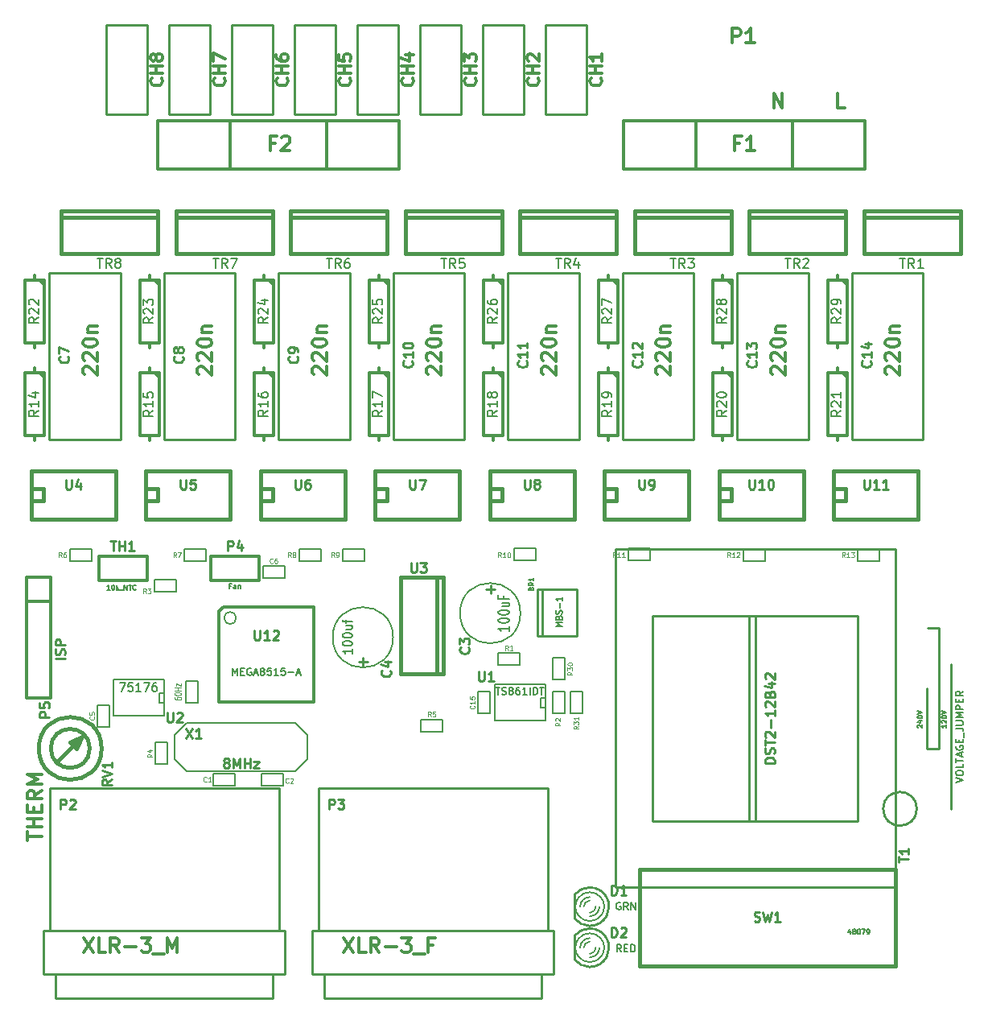
<source format=gto>
G04 (created by PCBNEW (2013-07-07 BZR 4022)-stable) date 06/01/2015 12:36:27*
%MOIN*%
G04 Gerber Fmt 3.4, Leading zero omitted, Abs format*
%FSLAX34Y34*%
G01*
G70*
G90*
G04 APERTURE LIST*
%ADD10C,0.00590551*%
%ADD11C,0.012*%
%ADD12C,0.005*%
%ADD13C,0.01*%
%ADD14C,0.006*%
%ADD15C,0.008*%
%ADD16C,0.015*%
%ADD17C,0.0075*%
%ADD18C,0.0045*%
%ADD19C,0.01125*%
%ADD20C,0.0113*%
G04 APERTURE END LIST*
G54D10*
G54D11*
X40092Y-57299D02*
X40092Y-56957D01*
X40692Y-57128D02*
X40092Y-57128D01*
X40692Y-56757D02*
X40092Y-56757D01*
X40378Y-56757D02*
X40378Y-56414D01*
X40692Y-56414D02*
X40092Y-56414D01*
X40378Y-56128D02*
X40378Y-55928D01*
X40692Y-55842D02*
X40692Y-56128D01*
X40092Y-56128D01*
X40092Y-55842D01*
X40692Y-55242D02*
X40407Y-55442D01*
X40692Y-55585D02*
X40092Y-55585D01*
X40092Y-55357D01*
X40121Y-55300D01*
X40150Y-55271D01*
X40207Y-55242D01*
X40292Y-55242D01*
X40350Y-55271D01*
X40378Y-55300D01*
X40407Y-55357D01*
X40407Y-55585D01*
X40692Y-54985D02*
X40092Y-54985D01*
X40521Y-54785D01*
X40092Y-54585D01*
X40692Y-54585D01*
G54D12*
X74207Y-61047D02*
X74207Y-61180D01*
X74159Y-60971D02*
X74111Y-61114D01*
X74235Y-61114D01*
X74340Y-61066D02*
X74321Y-61057D01*
X74311Y-61047D01*
X74302Y-61028D01*
X74302Y-61019D01*
X74311Y-61000D01*
X74321Y-60990D01*
X74340Y-60980D01*
X74378Y-60980D01*
X74397Y-60990D01*
X74407Y-61000D01*
X74416Y-61019D01*
X74416Y-61028D01*
X74407Y-61047D01*
X74397Y-61057D01*
X74378Y-61066D01*
X74340Y-61066D01*
X74321Y-61076D01*
X74311Y-61085D01*
X74302Y-61104D01*
X74302Y-61142D01*
X74311Y-61161D01*
X74321Y-61171D01*
X74340Y-61180D01*
X74378Y-61180D01*
X74397Y-61171D01*
X74407Y-61161D01*
X74416Y-61142D01*
X74416Y-61104D01*
X74407Y-61085D01*
X74397Y-61076D01*
X74378Y-61066D01*
X74540Y-60980D02*
X74559Y-60980D01*
X74578Y-60990D01*
X74588Y-61000D01*
X74597Y-61019D01*
X74607Y-61057D01*
X74607Y-61104D01*
X74597Y-61142D01*
X74588Y-61161D01*
X74578Y-61171D01*
X74559Y-61180D01*
X74540Y-61180D01*
X74521Y-61171D01*
X74511Y-61161D01*
X74502Y-61142D01*
X74492Y-61104D01*
X74492Y-61057D01*
X74502Y-61019D01*
X74511Y-61000D01*
X74521Y-60990D01*
X74540Y-60980D01*
X74673Y-60980D02*
X74807Y-60980D01*
X74721Y-61180D01*
X74892Y-61180D02*
X74930Y-61180D01*
X74950Y-61171D01*
X74959Y-61161D01*
X74978Y-61133D01*
X74988Y-61095D01*
X74988Y-61019D01*
X74978Y-61000D01*
X74969Y-60990D01*
X74950Y-60980D01*
X74911Y-60980D01*
X74892Y-60990D01*
X74883Y-61000D01*
X74873Y-61019D01*
X74873Y-61066D01*
X74883Y-61085D01*
X74892Y-61095D01*
X74911Y-61104D01*
X74950Y-61104D01*
X74969Y-61095D01*
X74978Y-61085D01*
X74988Y-61066D01*
G54D11*
X71028Y-26992D02*
X71028Y-26392D01*
X71371Y-26992D01*
X71371Y-26392D01*
X73960Y-26992D02*
X73675Y-26992D01*
X73675Y-26392D01*
G54D13*
X62780Y-61250D02*
X62780Y-62250D01*
G54D14*
X63860Y-62134D02*
G75*
G03X64000Y-61750I-460J384D01*
G74*
G01*
X63999Y-61750D02*
G75*
G03X63848Y-61352I-599J0D01*
G74*
G01*
X62800Y-61750D02*
G75*
G03X62944Y-62139I599J0D01*
G74*
G01*
X62939Y-61365D02*
G75*
G03X62800Y-61750I460J-384D01*
G74*
G01*
X62912Y-62099D02*
G75*
G03X63400Y-62350I487J349D01*
G74*
G01*
X63400Y-62350D02*
G75*
G03X63879Y-62110I0J600D01*
G74*
G01*
X63400Y-61150D02*
G75*
G03X62927Y-61381I0J-599D01*
G74*
G01*
X63873Y-61381D02*
G75*
G03X63400Y-61150I-473J-368D01*
G74*
G01*
X63400Y-62000D02*
G75*
G03X63650Y-61750I0J250D01*
G74*
G01*
X63400Y-62150D02*
G75*
G03X63800Y-61750I0J400D01*
G74*
G01*
X63400Y-61500D02*
G75*
G03X63150Y-61750I0J-250D01*
G74*
G01*
X63400Y-61350D02*
G75*
G03X63000Y-61750I0J-400D01*
G74*
G01*
G54D13*
X62786Y-62263D02*
G75*
G03X63400Y-62550I613J513D01*
G74*
G01*
X63400Y-62549D02*
G75*
G03X64104Y-62126I0J799D01*
G74*
G01*
X63398Y-60951D02*
G75*
G03X62789Y-61234I1J-798D01*
G74*
G01*
X64094Y-61352D02*
G75*
G03X63400Y-60950I-694J-397D01*
G74*
G01*
X64104Y-62129D02*
G75*
G03X64200Y-61750I-704J379D01*
G74*
G01*
X64199Y-61750D02*
G75*
G03X64081Y-61331I-799J0D01*
G74*
G01*
X62780Y-59550D02*
X62780Y-60550D01*
G54D14*
X63860Y-60434D02*
G75*
G03X64000Y-60050I-460J384D01*
G74*
G01*
X63999Y-60050D02*
G75*
G03X63848Y-59652I-599J0D01*
G74*
G01*
X62800Y-60050D02*
G75*
G03X62944Y-60439I599J0D01*
G74*
G01*
X62939Y-59665D02*
G75*
G03X62800Y-60050I460J-384D01*
G74*
G01*
X62912Y-60399D02*
G75*
G03X63400Y-60650I487J349D01*
G74*
G01*
X63400Y-60650D02*
G75*
G03X63879Y-60410I0J600D01*
G74*
G01*
X63400Y-59450D02*
G75*
G03X62927Y-59681I0J-599D01*
G74*
G01*
X63873Y-59681D02*
G75*
G03X63400Y-59450I-473J-368D01*
G74*
G01*
X63400Y-60300D02*
G75*
G03X63650Y-60050I0J250D01*
G74*
G01*
X63400Y-60450D02*
G75*
G03X63800Y-60050I0J400D01*
G74*
G01*
X63400Y-59800D02*
G75*
G03X63150Y-60050I0J-250D01*
G74*
G01*
X63400Y-59650D02*
G75*
G03X63000Y-60050I0J-400D01*
G74*
G01*
G54D13*
X62786Y-60563D02*
G75*
G03X63400Y-60850I613J513D01*
G74*
G01*
X63400Y-60849D02*
G75*
G03X64104Y-60426I0J799D01*
G74*
G01*
X63398Y-59251D02*
G75*
G03X62789Y-59534I1J-798D01*
G74*
G01*
X64094Y-59652D02*
G75*
G03X63400Y-59250I-694J-397D01*
G74*
G01*
X64104Y-60429D02*
G75*
G03X64200Y-60050I-704J379D01*
G74*
G01*
X64199Y-60050D02*
G75*
G03X64081Y-59631I-799J0D01*
G74*
G01*
X77850Y-53500D02*
X77350Y-53500D01*
X77850Y-48500D02*
X77400Y-48500D01*
X77850Y-53500D02*
X77850Y-48500D01*
X78350Y-56000D02*
X78350Y-50000D01*
X77350Y-53500D02*
X77350Y-51000D01*
X58950Y-27250D02*
X60650Y-27250D01*
X58950Y-23550D02*
X60650Y-23550D01*
X60650Y-27250D02*
X60650Y-23550D01*
X58950Y-27250D02*
X58950Y-23550D01*
X61550Y-27250D02*
X63250Y-27250D01*
X61550Y-23550D02*
X63250Y-23550D01*
X63250Y-27250D02*
X63250Y-23550D01*
X61550Y-27250D02*
X61550Y-23550D01*
X43350Y-27250D02*
X45050Y-27250D01*
X43350Y-23550D02*
X45050Y-23550D01*
X45050Y-27250D02*
X45050Y-23550D01*
X43350Y-27250D02*
X43350Y-23550D01*
G54D12*
X61550Y-50900D02*
X61550Y-50850D01*
X61550Y-50850D02*
X59450Y-50850D01*
X59450Y-52350D02*
X61550Y-52350D01*
X61550Y-52350D02*
X61550Y-50900D01*
X61550Y-51800D02*
X61350Y-51800D01*
X61350Y-51800D02*
X61350Y-51400D01*
X61350Y-51400D02*
X61550Y-51400D01*
X59450Y-52350D02*
X59450Y-50850D01*
G54D13*
X50520Y-55150D02*
X50520Y-61050D01*
X41020Y-55150D02*
X41020Y-61050D01*
X50270Y-63850D02*
X50270Y-62850D01*
X41270Y-63850D02*
X41270Y-62850D01*
X50520Y-55150D02*
X41020Y-55150D01*
X50770Y-61350D02*
X50770Y-61040D01*
X40770Y-61340D02*
X40770Y-61040D01*
X50770Y-62850D02*
X50770Y-61350D01*
X40770Y-62850D02*
X40770Y-61350D01*
X50770Y-61040D02*
X40770Y-61040D01*
X50770Y-62850D02*
X40770Y-62850D01*
X50270Y-63850D02*
X41270Y-63850D01*
G54D11*
X51970Y-47630D02*
X51970Y-51570D01*
X51970Y-51570D02*
X48030Y-51570D01*
X48030Y-47820D02*
X48030Y-51570D01*
X48220Y-47630D02*
X51970Y-47630D01*
X48030Y-47820D02*
X48220Y-47630D01*
G54D15*
X48750Y-48100D02*
G75*
G03X48750Y-48100I-250J0D01*
G74*
G01*
G54D16*
X74750Y-31500D02*
X74750Y-31250D01*
X74750Y-31250D02*
X78750Y-31250D01*
X78750Y-31250D02*
X78750Y-31500D01*
X74750Y-33000D02*
X74750Y-31500D01*
X74750Y-31500D02*
X78750Y-31500D01*
X78750Y-31500D02*
X78750Y-33000D01*
X78750Y-33000D02*
X74750Y-33000D01*
X70000Y-31500D02*
X70000Y-31250D01*
X70000Y-31250D02*
X74000Y-31250D01*
X74000Y-31250D02*
X74000Y-31500D01*
X70000Y-33000D02*
X70000Y-31500D01*
X70000Y-31500D02*
X74000Y-31500D01*
X74000Y-31500D02*
X74000Y-33000D01*
X74000Y-33000D02*
X70000Y-33000D01*
X41500Y-31500D02*
X41500Y-31250D01*
X41500Y-31250D02*
X45500Y-31250D01*
X45500Y-31250D02*
X45500Y-31500D01*
X41500Y-33000D02*
X41500Y-31500D01*
X41500Y-31500D02*
X45500Y-31500D01*
X45500Y-31500D02*
X45500Y-33000D01*
X45500Y-33000D02*
X41500Y-33000D01*
X46250Y-31500D02*
X46250Y-31250D01*
X46250Y-31250D02*
X50250Y-31250D01*
X50250Y-31250D02*
X50250Y-31500D01*
X46250Y-33000D02*
X46250Y-31500D01*
X46250Y-31500D02*
X50250Y-31500D01*
X50250Y-31500D02*
X50250Y-33000D01*
X50250Y-33000D02*
X46250Y-33000D01*
X51000Y-31500D02*
X51000Y-31250D01*
X51000Y-31250D02*
X55000Y-31250D01*
X55000Y-31250D02*
X55000Y-31500D01*
X51000Y-33000D02*
X51000Y-31500D01*
X51000Y-31500D02*
X55000Y-31500D01*
X55000Y-31500D02*
X55000Y-33000D01*
X55000Y-33000D02*
X51000Y-33000D01*
X55750Y-31500D02*
X55750Y-31250D01*
X55750Y-31250D02*
X59750Y-31250D01*
X59750Y-31250D02*
X59750Y-31500D01*
X55750Y-33000D02*
X55750Y-31500D01*
X55750Y-31500D02*
X59750Y-31500D01*
X59750Y-31500D02*
X59750Y-33000D01*
X59750Y-33000D02*
X55750Y-33000D01*
X60500Y-31500D02*
X60500Y-31250D01*
X60500Y-31250D02*
X64500Y-31250D01*
X64500Y-31250D02*
X64500Y-31500D01*
X60500Y-33000D02*
X60500Y-31500D01*
X60500Y-31500D02*
X64500Y-31500D01*
X64500Y-31500D02*
X64500Y-33000D01*
X64500Y-33000D02*
X60500Y-33000D01*
X65250Y-31500D02*
X65250Y-31250D01*
X65250Y-31250D02*
X69250Y-31250D01*
X69250Y-31250D02*
X69250Y-31500D01*
X65250Y-33000D02*
X65250Y-31500D01*
X65250Y-31500D02*
X69250Y-31500D01*
X69250Y-31500D02*
X69250Y-33000D01*
X69250Y-33000D02*
X65250Y-33000D01*
G54D12*
X45750Y-50700D02*
X45750Y-50650D01*
X45750Y-50650D02*
X43650Y-50650D01*
X43650Y-52150D02*
X45750Y-52150D01*
X45750Y-52150D02*
X45750Y-50700D01*
X45750Y-51600D02*
X45550Y-51600D01*
X45550Y-51600D02*
X45550Y-51200D01*
X45550Y-51200D02*
X45750Y-51200D01*
X43650Y-52150D02*
X43650Y-50650D01*
X65900Y-45725D02*
X65000Y-45725D01*
X65000Y-45725D02*
X65000Y-45225D01*
X65000Y-45225D02*
X65900Y-45225D01*
X65900Y-45225D02*
X65900Y-45725D01*
X59600Y-49550D02*
X60500Y-49550D01*
X60500Y-49550D02*
X60500Y-50050D01*
X60500Y-50050D02*
X59600Y-50050D01*
X59600Y-50050D02*
X59600Y-49550D01*
X61150Y-45725D02*
X60250Y-45725D01*
X60250Y-45725D02*
X60250Y-45225D01*
X60250Y-45225D02*
X61150Y-45225D01*
X61150Y-45225D02*
X61150Y-45725D01*
X47150Y-50700D02*
X47150Y-51600D01*
X47150Y-51600D02*
X46650Y-51600D01*
X46650Y-51600D02*
X46650Y-50700D01*
X46650Y-50700D02*
X47150Y-50700D01*
X54050Y-45750D02*
X53150Y-45750D01*
X53150Y-45750D02*
X53150Y-45250D01*
X53150Y-45250D02*
X54050Y-45250D01*
X54050Y-45250D02*
X54050Y-45750D01*
X51350Y-45250D02*
X52250Y-45250D01*
X52250Y-45250D02*
X52250Y-45750D01*
X52250Y-45750D02*
X51350Y-45750D01*
X51350Y-45750D02*
X51350Y-45250D01*
X46600Y-45250D02*
X47500Y-45250D01*
X47500Y-45250D02*
X47500Y-45750D01*
X47500Y-45750D02*
X46600Y-45750D01*
X46600Y-45750D02*
X46600Y-45250D01*
X41850Y-45250D02*
X42750Y-45250D01*
X42750Y-45250D02*
X42750Y-45750D01*
X42750Y-45750D02*
X41850Y-45750D01*
X41850Y-45750D02*
X41850Y-45250D01*
X56400Y-52325D02*
X57300Y-52325D01*
X57300Y-52325D02*
X57300Y-52825D01*
X57300Y-52825D02*
X56400Y-52825D01*
X56400Y-52825D02*
X56400Y-52325D01*
X45400Y-54150D02*
X45400Y-53250D01*
X45400Y-53250D02*
X45900Y-53250D01*
X45900Y-53250D02*
X45900Y-54150D01*
X45900Y-54150D02*
X45400Y-54150D01*
X45350Y-46500D02*
X46250Y-46500D01*
X46250Y-46500D02*
X46250Y-47000D01*
X46250Y-47000D02*
X45350Y-47000D01*
X45350Y-47000D02*
X45350Y-46500D01*
X61850Y-52050D02*
X61850Y-51150D01*
X61850Y-51150D02*
X62350Y-51150D01*
X62350Y-51150D02*
X62350Y-52050D01*
X62350Y-52050D02*
X61850Y-52050D01*
X75400Y-45750D02*
X74500Y-45750D01*
X74500Y-45750D02*
X74500Y-45250D01*
X74500Y-45250D02*
X75400Y-45250D01*
X75400Y-45250D02*
X75400Y-45750D01*
X47800Y-54550D02*
X48700Y-54550D01*
X48700Y-54550D02*
X48700Y-55050D01*
X48700Y-55050D02*
X47800Y-55050D01*
X47800Y-55050D02*
X47800Y-54550D01*
X70650Y-45750D02*
X69750Y-45750D01*
X69750Y-45750D02*
X69750Y-45250D01*
X69750Y-45250D02*
X70650Y-45250D01*
X70650Y-45250D02*
X70650Y-45750D01*
X50750Y-46450D02*
X49850Y-46450D01*
X49850Y-46450D02*
X49850Y-45950D01*
X49850Y-45950D02*
X50750Y-45950D01*
X50750Y-45950D02*
X50750Y-46450D01*
X43500Y-51700D02*
X43500Y-52600D01*
X43500Y-52600D02*
X43000Y-52600D01*
X43000Y-52600D02*
X43000Y-51700D01*
X43000Y-51700D02*
X43500Y-51700D01*
X49800Y-54550D02*
X50700Y-54550D01*
X50700Y-54550D02*
X50700Y-55050D01*
X50700Y-55050D02*
X49800Y-55050D01*
X49800Y-55050D02*
X49800Y-54550D01*
G54D11*
X40050Y-46400D02*
X41050Y-46400D01*
X41050Y-46400D02*
X41050Y-51400D01*
X41050Y-51400D02*
X40050Y-51400D01*
X40050Y-51400D02*
X40050Y-46400D01*
X40050Y-47400D02*
X41050Y-47400D01*
X47700Y-46550D02*
X47700Y-45550D01*
X47700Y-45550D02*
X49700Y-45550D01*
X49700Y-45550D02*
X49700Y-46550D01*
X49700Y-46550D02*
X47700Y-46550D01*
G54D16*
X73500Y-42000D02*
X77000Y-42000D01*
X77000Y-42000D02*
X77000Y-44000D01*
X77000Y-44000D02*
X73500Y-44000D01*
X73500Y-44000D02*
X73500Y-42000D01*
X73500Y-42750D02*
X74000Y-42750D01*
X74000Y-42750D02*
X74000Y-43250D01*
X74000Y-43250D02*
X73500Y-43250D01*
X68750Y-42000D02*
X72250Y-42000D01*
X72250Y-42000D02*
X72250Y-44000D01*
X72250Y-44000D02*
X68750Y-44000D01*
X68750Y-44000D02*
X68750Y-42000D01*
X68750Y-42750D02*
X69250Y-42750D01*
X69250Y-42750D02*
X69250Y-43250D01*
X69250Y-43250D02*
X68750Y-43250D01*
X64000Y-42000D02*
X67500Y-42000D01*
X67500Y-42000D02*
X67500Y-44000D01*
X67500Y-44000D02*
X64000Y-44000D01*
X64000Y-44000D02*
X64000Y-42000D01*
X64000Y-42750D02*
X64500Y-42750D01*
X64500Y-42750D02*
X64500Y-43250D01*
X64500Y-43250D02*
X64000Y-43250D01*
X59250Y-42000D02*
X62750Y-42000D01*
X62750Y-42000D02*
X62750Y-44000D01*
X62750Y-44000D02*
X59250Y-44000D01*
X59250Y-44000D02*
X59250Y-42000D01*
X59250Y-42750D02*
X59750Y-42750D01*
X59750Y-42750D02*
X59750Y-43250D01*
X59750Y-43250D02*
X59250Y-43250D01*
X54500Y-42000D02*
X58000Y-42000D01*
X58000Y-42000D02*
X58000Y-44000D01*
X58000Y-44000D02*
X54500Y-44000D01*
X54500Y-44000D02*
X54500Y-42000D01*
X54500Y-42750D02*
X55000Y-42750D01*
X55000Y-42750D02*
X55000Y-43250D01*
X55000Y-43250D02*
X54500Y-43250D01*
X49750Y-42000D02*
X53250Y-42000D01*
X53250Y-42000D02*
X53250Y-44000D01*
X53250Y-44000D02*
X49750Y-44000D01*
X49750Y-44000D02*
X49750Y-42000D01*
X49750Y-42750D02*
X50250Y-42750D01*
X50250Y-42750D02*
X50250Y-43250D01*
X50250Y-43250D02*
X49750Y-43250D01*
X45000Y-42000D02*
X48500Y-42000D01*
X48500Y-42000D02*
X48500Y-44000D01*
X48500Y-44000D02*
X45000Y-44000D01*
X45000Y-44000D02*
X45000Y-42000D01*
X45000Y-42750D02*
X45500Y-42750D01*
X45500Y-42750D02*
X45500Y-43250D01*
X45500Y-43250D02*
X45000Y-43250D01*
X40250Y-42000D02*
X43750Y-42000D01*
X43750Y-42000D02*
X43750Y-44000D01*
X43750Y-44000D02*
X40250Y-44000D01*
X40250Y-44000D02*
X40250Y-42000D01*
X40250Y-42750D02*
X40750Y-42750D01*
X40750Y-42750D02*
X40750Y-43250D01*
X40750Y-43250D02*
X40250Y-43250D01*
G54D12*
X60525Y-47900D02*
G75*
G03X60525Y-47900I-1250J0D01*
G74*
G01*
X55250Y-48900D02*
G75*
G03X55250Y-48900I-1250J0D01*
G74*
G01*
G54D13*
X61650Y-55150D02*
X61650Y-61050D01*
X52150Y-55150D02*
X52150Y-61050D01*
X61400Y-63850D02*
X61400Y-62850D01*
X52400Y-63850D02*
X52400Y-62850D01*
X61650Y-55150D02*
X52150Y-55150D01*
X61900Y-61350D02*
X61900Y-61040D01*
X51900Y-61340D02*
X51900Y-61040D01*
X61900Y-62850D02*
X61900Y-61350D01*
X51900Y-62850D02*
X51900Y-61350D01*
X61900Y-61040D02*
X51900Y-61040D01*
X61900Y-62850D02*
X51900Y-62850D01*
X61400Y-63850D02*
X52400Y-63850D01*
G54D16*
X76050Y-62500D02*
X65450Y-62500D01*
X76050Y-58500D02*
X65450Y-58500D01*
X65450Y-58500D02*
X65450Y-62500D01*
X76050Y-58500D02*
X76050Y-62500D01*
G54D13*
X43950Y-33800D02*
X41000Y-33800D01*
X41000Y-40700D02*
X43950Y-40700D01*
X43950Y-33800D02*
X43950Y-40700D01*
X41000Y-33800D02*
X41000Y-40700D01*
X48700Y-33800D02*
X45750Y-33800D01*
X45750Y-40700D02*
X48700Y-40700D01*
X48700Y-33800D02*
X48700Y-40700D01*
X45750Y-33800D02*
X45750Y-40700D01*
X53450Y-33800D02*
X50500Y-33800D01*
X50500Y-40700D02*
X53450Y-40700D01*
X53450Y-33800D02*
X53450Y-40700D01*
X50500Y-33800D02*
X50500Y-40700D01*
X58200Y-33800D02*
X55250Y-33800D01*
X55250Y-40700D02*
X58200Y-40700D01*
X58200Y-33800D02*
X58200Y-40700D01*
X55250Y-33800D02*
X55250Y-40700D01*
X62950Y-33800D02*
X60000Y-33800D01*
X60000Y-40700D02*
X62950Y-40700D01*
X62950Y-33800D02*
X62950Y-40700D01*
X60000Y-33800D02*
X60000Y-40700D01*
X67700Y-33800D02*
X64750Y-33800D01*
X64750Y-40700D02*
X67700Y-40700D01*
X67700Y-33800D02*
X67700Y-40700D01*
X64750Y-33800D02*
X64750Y-40700D01*
X72450Y-33800D02*
X69500Y-33800D01*
X69500Y-40700D02*
X72450Y-40700D01*
X72450Y-33800D02*
X72450Y-40700D01*
X69500Y-33800D02*
X69500Y-40700D01*
X77200Y-33800D02*
X74250Y-33800D01*
X74250Y-40700D02*
X77200Y-40700D01*
X77200Y-33800D02*
X77200Y-40700D01*
X74250Y-33800D02*
X74250Y-40700D01*
G54D11*
X49900Y-33900D02*
X49900Y-34100D01*
X49900Y-36900D02*
X49900Y-36700D01*
X49900Y-36700D02*
X50300Y-36700D01*
X50300Y-36700D02*
X50300Y-34100D01*
X50300Y-34100D02*
X49500Y-34100D01*
X49500Y-34100D02*
X49500Y-36700D01*
X49500Y-36700D02*
X49900Y-36700D01*
X50100Y-34100D02*
X50300Y-34300D01*
X49900Y-37750D02*
X49900Y-37950D01*
X49900Y-40750D02*
X49900Y-40550D01*
X49900Y-40550D02*
X50300Y-40550D01*
X50300Y-40550D02*
X50300Y-37950D01*
X50300Y-37950D02*
X49500Y-37950D01*
X49500Y-37950D02*
X49500Y-40550D01*
X49500Y-40550D02*
X49900Y-40550D01*
X50100Y-37950D02*
X50300Y-38150D01*
X45150Y-37750D02*
X45150Y-37950D01*
X45150Y-40750D02*
X45150Y-40550D01*
X45150Y-40550D02*
X45550Y-40550D01*
X45550Y-40550D02*
X45550Y-37950D01*
X45550Y-37950D02*
X44750Y-37950D01*
X44750Y-37950D02*
X44750Y-40550D01*
X44750Y-40550D02*
X45150Y-40550D01*
X45350Y-37950D02*
X45550Y-38150D01*
X40400Y-37750D02*
X40400Y-37950D01*
X40400Y-40750D02*
X40400Y-40550D01*
X40400Y-40550D02*
X40800Y-40550D01*
X40800Y-40550D02*
X40800Y-37950D01*
X40800Y-37950D02*
X40000Y-37950D01*
X40000Y-37950D02*
X40000Y-40550D01*
X40000Y-40550D02*
X40400Y-40550D01*
X40600Y-37950D02*
X40800Y-38150D01*
X54650Y-37750D02*
X54650Y-37950D01*
X54650Y-40750D02*
X54650Y-40550D01*
X54650Y-40550D02*
X55050Y-40550D01*
X55050Y-40550D02*
X55050Y-37950D01*
X55050Y-37950D02*
X54250Y-37950D01*
X54250Y-37950D02*
X54250Y-40550D01*
X54250Y-40550D02*
X54650Y-40550D01*
X54850Y-37950D02*
X55050Y-38150D01*
X59400Y-37750D02*
X59400Y-37950D01*
X59400Y-40750D02*
X59400Y-40550D01*
X59400Y-40550D02*
X59800Y-40550D01*
X59800Y-40550D02*
X59800Y-37950D01*
X59800Y-37950D02*
X59000Y-37950D01*
X59000Y-37950D02*
X59000Y-40550D01*
X59000Y-40550D02*
X59400Y-40550D01*
X59600Y-37950D02*
X59800Y-38150D01*
X64150Y-37750D02*
X64150Y-37950D01*
X64150Y-40750D02*
X64150Y-40550D01*
X64150Y-40550D02*
X64550Y-40550D01*
X64550Y-40550D02*
X64550Y-37950D01*
X64550Y-37950D02*
X63750Y-37950D01*
X63750Y-37950D02*
X63750Y-40550D01*
X63750Y-40550D02*
X64150Y-40550D01*
X64350Y-37950D02*
X64550Y-38150D01*
X68900Y-37750D02*
X68900Y-37950D01*
X68900Y-40750D02*
X68900Y-40550D01*
X68900Y-40550D02*
X69300Y-40550D01*
X69300Y-40550D02*
X69300Y-37950D01*
X69300Y-37950D02*
X68500Y-37950D01*
X68500Y-37950D02*
X68500Y-40550D01*
X68500Y-40550D02*
X68900Y-40550D01*
X69100Y-37950D02*
X69300Y-38150D01*
X73650Y-37750D02*
X73650Y-37950D01*
X73650Y-40750D02*
X73650Y-40550D01*
X73650Y-40550D02*
X74050Y-40550D01*
X74050Y-40550D02*
X74050Y-37950D01*
X74050Y-37950D02*
X73250Y-37950D01*
X73250Y-37950D02*
X73250Y-40550D01*
X73250Y-40550D02*
X73650Y-40550D01*
X73850Y-37950D02*
X74050Y-38150D01*
X40400Y-33900D02*
X40400Y-34100D01*
X40400Y-36900D02*
X40400Y-36700D01*
X40400Y-36700D02*
X40800Y-36700D01*
X40800Y-36700D02*
X40800Y-34100D01*
X40800Y-34100D02*
X40000Y-34100D01*
X40000Y-34100D02*
X40000Y-36700D01*
X40000Y-36700D02*
X40400Y-36700D01*
X40600Y-34100D02*
X40800Y-34300D01*
X45150Y-33900D02*
X45150Y-34100D01*
X45150Y-36900D02*
X45150Y-36700D01*
X45150Y-36700D02*
X45550Y-36700D01*
X45550Y-36700D02*
X45550Y-34100D01*
X45550Y-34100D02*
X44750Y-34100D01*
X44750Y-34100D02*
X44750Y-36700D01*
X44750Y-36700D02*
X45150Y-36700D01*
X45350Y-34100D02*
X45550Y-34300D01*
X54650Y-33900D02*
X54650Y-34100D01*
X54650Y-36900D02*
X54650Y-36700D01*
X54650Y-36700D02*
X55050Y-36700D01*
X55050Y-36700D02*
X55050Y-34100D01*
X55050Y-34100D02*
X54250Y-34100D01*
X54250Y-34100D02*
X54250Y-36700D01*
X54250Y-36700D02*
X54650Y-36700D01*
X54850Y-34100D02*
X55050Y-34300D01*
X59400Y-33900D02*
X59400Y-34100D01*
X59400Y-36900D02*
X59400Y-36700D01*
X59400Y-36700D02*
X59800Y-36700D01*
X59800Y-36700D02*
X59800Y-34100D01*
X59800Y-34100D02*
X59000Y-34100D01*
X59000Y-34100D02*
X59000Y-36700D01*
X59000Y-36700D02*
X59400Y-36700D01*
X59600Y-34100D02*
X59800Y-34300D01*
X64150Y-33900D02*
X64150Y-34100D01*
X64150Y-36900D02*
X64150Y-36700D01*
X64150Y-36700D02*
X64550Y-36700D01*
X64550Y-36700D02*
X64550Y-34100D01*
X64550Y-34100D02*
X63750Y-34100D01*
X63750Y-34100D02*
X63750Y-36700D01*
X63750Y-36700D02*
X64150Y-36700D01*
X64350Y-34100D02*
X64550Y-34300D01*
X68900Y-33900D02*
X68900Y-34100D01*
X68900Y-36900D02*
X68900Y-36700D01*
X68900Y-36700D02*
X69300Y-36700D01*
X69300Y-36700D02*
X69300Y-34100D01*
X69300Y-34100D02*
X68500Y-34100D01*
X68500Y-34100D02*
X68500Y-36700D01*
X68500Y-36700D02*
X68900Y-36700D01*
X69100Y-34100D02*
X69300Y-34300D01*
X73650Y-33900D02*
X73650Y-34100D01*
X73650Y-36900D02*
X73650Y-36700D01*
X73650Y-36700D02*
X74050Y-36700D01*
X74050Y-36700D02*
X74050Y-34100D01*
X74050Y-34100D02*
X73250Y-34100D01*
X73250Y-34100D02*
X73250Y-36700D01*
X73250Y-36700D02*
X73650Y-36700D01*
X73850Y-34100D02*
X74050Y-34300D01*
G54D14*
X51700Y-53950D02*
X51200Y-54450D01*
X46700Y-54450D02*
X46200Y-53950D01*
X46200Y-52950D02*
X46700Y-52450D01*
X51700Y-52950D02*
X51200Y-52450D01*
X51200Y-54450D02*
X46700Y-54450D01*
X51700Y-53950D02*
X51700Y-52950D01*
X51200Y-52450D02*
X46700Y-52450D01*
X46200Y-52950D02*
X46200Y-53950D01*
G54D12*
X58750Y-52050D02*
X58750Y-51150D01*
X58750Y-51150D02*
X59250Y-51150D01*
X59250Y-51150D02*
X59250Y-52050D01*
X59250Y-52050D02*
X58750Y-52050D01*
X62350Y-49750D02*
X62350Y-50650D01*
X62350Y-50650D02*
X61850Y-50650D01*
X61850Y-50650D02*
X61850Y-49750D01*
X61850Y-49750D02*
X62350Y-49750D01*
G54D16*
X57075Y-46400D02*
X57325Y-46400D01*
X57325Y-46400D02*
X57325Y-50400D01*
X57325Y-50400D02*
X57075Y-50400D01*
X55575Y-46400D02*
X57075Y-46400D01*
X57075Y-46400D02*
X57075Y-50400D01*
X57075Y-50400D02*
X55575Y-50400D01*
X55575Y-50400D02*
X55575Y-46400D01*
G54D13*
X61425Y-48850D02*
X61425Y-46900D01*
X62875Y-48850D02*
X61225Y-48850D01*
X62875Y-46900D02*
X61225Y-46900D01*
X61225Y-48850D02*
X61225Y-46900D01*
X62875Y-48850D02*
X62875Y-46900D01*
G54D11*
X45500Y-27500D02*
X55500Y-27500D01*
X55500Y-27500D02*
X55500Y-29500D01*
X55500Y-29500D02*
X45500Y-29500D01*
X45500Y-29500D02*
X45500Y-27500D01*
X48500Y-27500D02*
X48500Y-29500D01*
X52500Y-27500D02*
X52500Y-29500D01*
X64800Y-27500D02*
X74800Y-27500D01*
X74800Y-27500D02*
X74800Y-29500D01*
X74800Y-29500D02*
X64800Y-29500D01*
X64800Y-29500D02*
X64800Y-27500D01*
X67800Y-27500D02*
X67800Y-29500D01*
X71800Y-27500D02*
X71800Y-29500D01*
X43050Y-46550D02*
X43050Y-45550D01*
X43050Y-45550D02*
X45050Y-45550D01*
X45050Y-45550D02*
X45050Y-46550D01*
X45050Y-46550D02*
X43050Y-46550D01*
G54D13*
X45950Y-27250D02*
X47650Y-27250D01*
X45950Y-23550D02*
X47650Y-23550D01*
X47650Y-27250D02*
X47650Y-23550D01*
X45950Y-27250D02*
X45950Y-23550D01*
X48550Y-27250D02*
X50250Y-27250D01*
X48550Y-23550D02*
X50250Y-23550D01*
X50250Y-27250D02*
X50250Y-23550D01*
X48550Y-27250D02*
X48550Y-23550D01*
X51150Y-27250D02*
X52850Y-27250D01*
X51150Y-23550D02*
X52850Y-23550D01*
X52850Y-27250D02*
X52850Y-23550D01*
X51150Y-27250D02*
X51150Y-23550D01*
X53750Y-27250D02*
X55450Y-27250D01*
X53750Y-23550D02*
X55450Y-23550D01*
X55450Y-27250D02*
X55450Y-23550D01*
X53750Y-27250D02*
X53750Y-23550D01*
X56350Y-27250D02*
X58050Y-27250D01*
X56350Y-23550D02*
X58050Y-23550D01*
X58050Y-27250D02*
X58050Y-23550D01*
X56350Y-27250D02*
X56350Y-23550D01*
G54D16*
X42681Y-53500D02*
G75*
G03X42681Y-53500I-806J0D01*
G74*
G01*
X43175Y-53500D02*
G75*
G03X43175Y-53500I-1300J0D01*
G74*
G01*
X42375Y-53000D02*
X42125Y-53500D01*
X42125Y-53500D02*
X41875Y-53250D01*
X41875Y-53250D02*
X42375Y-53000D01*
X41375Y-54000D02*
X42375Y-53000D01*
G54D13*
X76050Y-45250D02*
X76050Y-59250D01*
X76050Y-59250D02*
X64450Y-59250D01*
X64450Y-45250D02*
X64450Y-59250D01*
X64450Y-45250D02*
X76050Y-45250D01*
X76946Y-56000D02*
G75*
G03X76946Y-56000I-696J0D01*
G74*
G01*
X70000Y-56500D02*
X70000Y-48000D01*
X70000Y-48000D02*
X70250Y-48000D01*
X70250Y-48000D02*
X70250Y-56500D01*
X66000Y-56500D02*
X66000Y-48000D01*
X66000Y-48000D02*
X74500Y-48000D01*
X74500Y-48000D02*
X74500Y-56500D01*
X74500Y-56500D02*
X66000Y-56500D01*
G54D12*
X62600Y-52050D02*
X62600Y-51150D01*
X62600Y-51150D02*
X63100Y-51150D01*
X63100Y-51150D02*
X63100Y-52050D01*
X63100Y-52050D02*
X62600Y-52050D01*
G54D13*
X64304Y-61311D02*
X64304Y-60911D01*
X64400Y-60911D01*
X64457Y-60930D01*
X64495Y-60969D01*
X64514Y-61007D01*
X64533Y-61083D01*
X64533Y-61140D01*
X64514Y-61216D01*
X64495Y-61254D01*
X64457Y-61292D01*
X64400Y-61311D01*
X64304Y-61311D01*
X64685Y-60950D02*
X64704Y-60930D01*
X64742Y-60911D01*
X64838Y-60911D01*
X64876Y-60930D01*
X64895Y-60950D01*
X64914Y-60988D01*
X64914Y-61026D01*
X64895Y-61083D01*
X64666Y-61311D01*
X64914Y-61311D01*
G54D17*
X64707Y-61921D02*
X64607Y-61778D01*
X64535Y-61921D02*
X64535Y-61621D01*
X64650Y-61621D01*
X64678Y-61635D01*
X64692Y-61650D01*
X64707Y-61678D01*
X64707Y-61721D01*
X64692Y-61750D01*
X64678Y-61764D01*
X64650Y-61778D01*
X64535Y-61778D01*
X64835Y-61764D02*
X64935Y-61764D01*
X64978Y-61921D02*
X64835Y-61921D01*
X64835Y-61621D01*
X64978Y-61621D01*
X65107Y-61921D02*
X65107Y-61621D01*
X65178Y-61621D01*
X65221Y-61635D01*
X65250Y-61664D01*
X65264Y-61692D01*
X65278Y-61750D01*
X65278Y-61792D01*
X65264Y-61850D01*
X65250Y-61878D01*
X65221Y-61907D01*
X65178Y-61921D01*
X65107Y-61921D01*
G54D13*
X64304Y-59561D02*
X64304Y-59161D01*
X64400Y-59161D01*
X64457Y-59180D01*
X64495Y-59219D01*
X64514Y-59257D01*
X64533Y-59333D01*
X64533Y-59390D01*
X64514Y-59466D01*
X64495Y-59504D01*
X64457Y-59542D01*
X64400Y-59561D01*
X64304Y-59561D01*
X64914Y-59561D02*
X64685Y-59561D01*
X64800Y-59561D02*
X64800Y-59161D01*
X64761Y-59219D01*
X64723Y-59257D01*
X64685Y-59276D01*
G54D17*
X64671Y-59885D02*
X64642Y-59871D01*
X64600Y-59871D01*
X64557Y-59885D01*
X64528Y-59914D01*
X64514Y-59942D01*
X64500Y-60000D01*
X64500Y-60042D01*
X64514Y-60100D01*
X64528Y-60128D01*
X64557Y-60157D01*
X64600Y-60171D01*
X64628Y-60171D01*
X64671Y-60157D01*
X64685Y-60142D01*
X64685Y-60042D01*
X64628Y-60042D01*
X64985Y-60171D02*
X64885Y-60028D01*
X64814Y-60171D02*
X64814Y-59871D01*
X64928Y-59871D01*
X64957Y-59885D01*
X64971Y-59900D01*
X64985Y-59928D01*
X64985Y-59971D01*
X64971Y-60000D01*
X64957Y-60014D01*
X64928Y-60028D01*
X64814Y-60028D01*
X65114Y-60171D02*
X65114Y-59871D01*
X65285Y-60171D01*
X65285Y-59871D01*
X78571Y-54900D02*
X78871Y-54800D01*
X78571Y-54700D01*
X78571Y-54542D02*
X78571Y-54485D01*
X78585Y-54457D01*
X78614Y-54428D01*
X78671Y-54414D01*
X78771Y-54414D01*
X78828Y-54428D01*
X78857Y-54457D01*
X78871Y-54485D01*
X78871Y-54542D01*
X78857Y-54571D01*
X78828Y-54599D01*
X78771Y-54614D01*
X78671Y-54614D01*
X78614Y-54599D01*
X78585Y-54571D01*
X78571Y-54542D01*
X78871Y-54142D02*
X78871Y-54285D01*
X78571Y-54285D01*
X78571Y-54085D02*
X78571Y-53914D01*
X78871Y-53999D02*
X78571Y-53999D01*
X78785Y-53828D02*
X78785Y-53685D01*
X78871Y-53857D02*
X78571Y-53757D01*
X78871Y-53657D01*
X78585Y-53400D02*
X78571Y-53428D01*
X78571Y-53471D01*
X78585Y-53514D01*
X78614Y-53542D01*
X78642Y-53557D01*
X78700Y-53571D01*
X78742Y-53571D01*
X78800Y-53557D01*
X78828Y-53542D01*
X78857Y-53514D01*
X78871Y-53471D01*
X78871Y-53442D01*
X78857Y-53400D01*
X78842Y-53385D01*
X78742Y-53385D01*
X78742Y-53442D01*
X78714Y-53257D02*
X78714Y-53157D01*
X78871Y-53114D02*
X78871Y-53257D01*
X78571Y-53257D01*
X78571Y-53114D01*
X78900Y-53057D02*
X78900Y-52828D01*
X78571Y-52671D02*
X78785Y-52671D01*
X78828Y-52685D01*
X78857Y-52714D01*
X78871Y-52757D01*
X78871Y-52785D01*
X78571Y-52528D02*
X78814Y-52528D01*
X78842Y-52514D01*
X78857Y-52500D01*
X78871Y-52471D01*
X78871Y-52414D01*
X78857Y-52385D01*
X78842Y-52371D01*
X78814Y-52357D01*
X78571Y-52357D01*
X78871Y-52214D02*
X78571Y-52214D01*
X78785Y-52114D01*
X78571Y-52014D01*
X78871Y-52014D01*
X78871Y-51871D02*
X78571Y-51871D01*
X78571Y-51757D01*
X78585Y-51728D01*
X78600Y-51714D01*
X78628Y-51700D01*
X78671Y-51700D01*
X78700Y-51714D01*
X78714Y-51728D01*
X78728Y-51757D01*
X78728Y-51871D01*
X78714Y-51571D02*
X78714Y-51471D01*
X78871Y-51428D02*
X78871Y-51571D01*
X78571Y-51571D01*
X78571Y-51428D01*
X78871Y-51128D02*
X78728Y-51228D01*
X78871Y-51299D02*
X78571Y-51299D01*
X78571Y-51185D01*
X78585Y-51157D01*
X78600Y-51142D01*
X78628Y-51128D01*
X78671Y-51128D01*
X78700Y-51142D01*
X78714Y-51157D01*
X78728Y-51185D01*
X78728Y-51299D01*
G54D12*
X78180Y-52519D02*
X78180Y-52633D01*
X78180Y-52576D02*
X77980Y-52576D01*
X78009Y-52595D01*
X78028Y-52614D01*
X78038Y-52633D01*
X78000Y-52442D02*
X77990Y-52433D01*
X77980Y-52414D01*
X77980Y-52366D01*
X77990Y-52347D01*
X78000Y-52338D01*
X78019Y-52328D01*
X78038Y-52328D01*
X78066Y-52338D01*
X78180Y-52452D01*
X78180Y-52328D01*
X77980Y-52204D02*
X77980Y-52185D01*
X77990Y-52166D01*
X78000Y-52157D01*
X78019Y-52147D01*
X78057Y-52138D01*
X78104Y-52138D01*
X78142Y-52147D01*
X78161Y-52157D01*
X78171Y-52166D01*
X78180Y-52185D01*
X78180Y-52204D01*
X78171Y-52223D01*
X78161Y-52233D01*
X78142Y-52242D01*
X78104Y-52252D01*
X78057Y-52252D01*
X78019Y-52242D01*
X78000Y-52233D01*
X77990Y-52223D01*
X77980Y-52204D01*
X77980Y-52080D02*
X78180Y-52014D01*
X77980Y-51947D01*
X77000Y-52633D02*
X76990Y-52623D01*
X76980Y-52604D01*
X76980Y-52557D01*
X76990Y-52538D01*
X77000Y-52528D01*
X77019Y-52519D01*
X77038Y-52519D01*
X77066Y-52528D01*
X77180Y-52642D01*
X77180Y-52519D01*
X77047Y-52347D02*
X77180Y-52347D01*
X76971Y-52395D02*
X77114Y-52442D01*
X77114Y-52319D01*
X76980Y-52204D02*
X76980Y-52185D01*
X76990Y-52166D01*
X77000Y-52157D01*
X77019Y-52147D01*
X77057Y-52138D01*
X77104Y-52138D01*
X77142Y-52147D01*
X77161Y-52157D01*
X77171Y-52166D01*
X77180Y-52185D01*
X77180Y-52204D01*
X77171Y-52223D01*
X77161Y-52233D01*
X77142Y-52242D01*
X77104Y-52252D01*
X77057Y-52252D01*
X77019Y-52242D01*
X77000Y-52233D01*
X76990Y-52223D01*
X76980Y-52204D01*
X76980Y-52080D02*
X77180Y-52014D01*
X76980Y-51947D01*
G54D11*
X61254Y-25745D02*
X61278Y-25769D01*
X61302Y-25840D01*
X61302Y-25888D01*
X61278Y-25959D01*
X61230Y-26007D01*
X61183Y-26030D01*
X61088Y-26054D01*
X61016Y-26054D01*
X60921Y-26030D01*
X60873Y-26007D01*
X60826Y-25959D01*
X60802Y-25888D01*
X60802Y-25840D01*
X60826Y-25769D01*
X60850Y-25745D01*
X61302Y-25530D02*
X60802Y-25530D01*
X61040Y-25530D02*
X61040Y-25245D01*
X61302Y-25245D02*
X60802Y-25245D01*
X60850Y-25030D02*
X60826Y-25007D01*
X60802Y-24959D01*
X60802Y-24840D01*
X60826Y-24792D01*
X60850Y-24769D01*
X60897Y-24745D01*
X60945Y-24745D01*
X61016Y-24769D01*
X61302Y-25054D01*
X61302Y-24745D01*
X63854Y-25745D02*
X63878Y-25769D01*
X63902Y-25840D01*
X63902Y-25888D01*
X63878Y-25959D01*
X63830Y-26007D01*
X63783Y-26030D01*
X63688Y-26054D01*
X63616Y-26054D01*
X63521Y-26030D01*
X63473Y-26007D01*
X63426Y-25959D01*
X63402Y-25888D01*
X63402Y-25840D01*
X63426Y-25769D01*
X63450Y-25745D01*
X63902Y-25530D02*
X63402Y-25530D01*
X63640Y-25530D02*
X63640Y-25245D01*
X63902Y-25245D02*
X63402Y-25245D01*
X63902Y-24745D02*
X63902Y-25030D01*
X63902Y-24888D02*
X63402Y-24888D01*
X63473Y-24935D01*
X63521Y-24983D01*
X63545Y-25030D01*
X69307Y-24292D02*
X69307Y-23692D01*
X69535Y-23692D01*
X69592Y-23721D01*
X69621Y-23750D01*
X69650Y-23807D01*
X69650Y-23892D01*
X69621Y-23950D01*
X69592Y-23978D01*
X69535Y-24007D01*
X69307Y-24007D01*
X70221Y-24292D02*
X69878Y-24292D01*
X70050Y-24292D02*
X70050Y-23692D01*
X69992Y-23778D01*
X69935Y-23835D01*
X69878Y-23864D01*
X45654Y-25745D02*
X45678Y-25769D01*
X45702Y-25840D01*
X45702Y-25888D01*
X45678Y-25959D01*
X45630Y-26007D01*
X45583Y-26030D01*
X45488Y-26054D01*
X45416Y-26054D01*
X45321Y-26030D01*
X45273Y-26007D01*
X45226Y-25959D01*
X45202Y-25888D01*
X45202Y-25840D01*
X45226Y-25769D01*
X45250Y-25745D01*
X45702Y-25530D02*
X45202Y-25530D01*
X45440Y-25530D02*
X45440Y-25245D01*
X45702Y-25245D02*
X45202Y-25245D01*
X45416Y-24935D02*
X45392Y-24983D01*
X45369Y-25007D01*
X45321Y-25030D01*
X45297Y-25030D01*
X45250Y-25007D01*
X45226Y-24983D01*
X45202Y-24935D01*
X45202Y-24840D01*
X45226Y-24792D01*
X45250Y-24769D01*
X45297Y-24745D01*
X45321Y-24745D01*
X45369Y-24769D01*
X45392Y-24792D01*
X45416Y-24840D01*
X45416Y-24935D01*
X45440Y-24983D01*
X45464Y-25007D01*
X45511Y-25030D01*
X45607Y-25030D01*
X45654Y-25007D01*
X45678Y-24983D01*
X45702Y-24935D01*
X45702Y-24840D01*
X45678Y-24792D01*
X45654Y-24769D01*
X45607Y-24745D01*
X45511Y-24745D01*
X45464Y-24769D01*
X45440Y-24792D01*
X45416Y-24840D01*
G54D13*
X58795Y-50311D02*
X58795Y-50635D01*
X58814Y-50673D01*
X58833Y-50692D01*
X58871Y-50711D01*
X58947Y-50711D01*
X58985Y-50692D01*
X59004Y-50673D01*
X59023Y-50635D01*
X59023Y-50311D01*
X59423Y-50711D02*
X59195Y-50711D01*
X59309Y-50711D02*
X59309Y-50311D01*
X59271Y-50369D01*
X59233Y-50407D01*
X59195Y-50426D01*
G54D14*
X59507Y-50971D02*
X59678Y-50971D01*
X59592Y-51271D02*
X59592Y-50971D01*
X59764Y-51257D02*
X59807Y-51271D01*
X59878Y-51271D01*
X59907Y-51257D01*
X59921Y-51242D01*
X59935Y-51214D01*
X59935Y-51185D01*
X59921Y-51157D01*
X59907Y-51142D01*
X59878Y-51128D01*
X59821Y-51114D01*
X59792Y-51100D01*
X59778Y-51085D01*
X59764Y-51057D01*
X59764Y-51028D01*
X59778Y-51000D01*
X59792Y-50985D01*
X59821Y-50971D01*
X59892Y-50971D01*
X59935Y-50985D01*
X60107Y-51100D02*
X60078Y-51085D01*
X60064Y-51071D01*
X60050Y-51042D01*
X60050Y-51028D01*
X60064Y-51000D01*
X60078Y-50985D01*
X60107Y-50971D01*
X60164Y-50971D01*
X60192Y-50985D01*
X60207Y-51000D01*
X60221Y-51028D01*
X60221Y-51042D01*
X60207Y-51071D01*
X60192Y-51085D01*
X60164Y-51100D01*
X60107Y-51100D01*
X60078Y-51114D01*
X60064Y-51128D01*
X60050Y-51157D01*
X60050Y-51214D01*
X60064Y-51242D01*
X60078Y-51257D01*
X60107Y-51271D01*
X60164Y-51271D01*
X60192Y-51257D01*
X60207Y-51242D01*
X60221Y-51214D01*
X60221Y-51157D01*
X60207Y-51128D01*
X60192Y-51114D01*
X60164Y-51100D01*
X60478Y-50971D02*
X60421Y-50971D01*
X60392Y-50985D01*
X60378Y-51000D01*
X60350Y-51042D01*
X60335Y-51100D01*
X60335Y-51214D01*
X60350Y-51242D01*
X60364Y-51257D01*
X60392Y-51271D01*
X60450Y-51271D01*
X60478Y-51257D01*
X60492Y-51242D01*
X60507Y-51214D01*
X60507Y-51142D01*
X60492Y-51114D01*
X60478Y-51100D01*
X60450Y-51085D01*
X60392Y-51085D01*
X60364Y-51100D01*
X60350Y-51114D01*
X60335Y-51142D01*
X60792Y-51271D02*
X60621Y-51271D01*
X60707Y-51271D02*
X60707Y-50971D01*
X60678Y-51014D01*
X60650Y-51042D01*
X60621Y-51057D01*
X60921Y-51271D02*
X60921Y-50971D01*
X61064Y-51271D02*
X61064Y-50971D01*
X61135Y-50971D01*
X61178Y-50985D01*
X61207Y-51014D01*
X61221Y-51042D01*
X61235Y-51100D01*
X61235Y-51142D01*
X61221Y-51200D01*
X61207Y-51228D01*
X61178Y-51257D01*
X61135Y-51271D01*
X61064Y-51271D01*
X61321Y-50971D02*
X61492Y-50971D01*
X61407Y-51271D02*
X61407Y-50971D01*
G54D13*
X41474Y-56011D02*
X41474Y-55611D01*
X41627Y-55611D01*
X41665Y-55630D01*
X41684Y-55650D01*
X41703Y-55688D01*
X41703Y-55745D01*
X41684Y-55783D01*
X41665Y-55802D01*
X41627Y-55821D01*
X41474Y-55821D01*
X41855Y-55650D02*
X41874Y-55630D01*
X41912Y-55611D01*
X42008Y-55611D01*
X42046Y-55630D01*
X42065Y-55650D01*
X42084Y-55688D01*
X42084Y-55726D01*
X42065Y-55783D01*
X41836Y-56011D01*
X42084Y-56011D01*
G54D11*
X42428Y-61342D02*
X42828Y-61942D01*
X42828Y-61342D02*
X42428Y-61942D01*
X43342Y-61942D02*
X43057Y-61942D01*
X43057Y-61342D01*
X43885Y-61942D02*
X43685Y-61657D01*
X43542Y-61942D02*
X43542Y-61342D01*
X43771Y-61342D01*
X43828Y-61371D01*
X43857Y-61400D01*
X43885Y-61457D01*
X43885Y-61542D01*
X43857Y-61600D01*
X43828Y-61628D01*
X43771Y-61657D01*
X43542Y-61657D01*
X44142Y-61714D02*
X44600Y-61714D01*
X44828Y-61342D02*
X45200Y-61342D01*
X45000Y-61571D01*
X45085Y-61571D01*
X45142Y-61600D01*
X45171Y-61628D01*
X45200Y-61685D01*
X45200Y-61828D01*
X45171Y-61885D01*
X45142Y-61914D01*
X45085Y-61942D01*
X44914Y-61942D01*
X44857Y-61914D01*
X44828Y-61885D01*
X45314Y-62000D02*
X45771Y-62000D01*
X45914Y-61942D02*
X45914Y-61342D01*
X46114Y-61771D01*
X46314Y-61342D01*
X46314Y-61942D01*
G54D13*
X49504Y-48611D02*
X49504Y-48935D01*
X49523Y-48973D01*
X49542Y-48992D01*
X49580Y-49011D01*
X49657Y-49011D01*
X49695Y-48992D01*
X49714Y-48973D01*
X49733Y-48935D01*
X49733Y-48611D01*
X50133Y-49011D02*
X49904Y-49011D01*
X50019Y-49011D02*
X50019Y-48611D01*
X49980Y-48669D01*
X49942Y-48707D01*
X49904Y-48726D01*
X50285Y-48650D02*
X50304Y-48630D01*
X50342Y-48611D01*
X50438Y-48611D01*
X50476Y-48630D01*
X50495Y-48650D01*
X50514Y-48688D01*
X50514Y-48726D01*
X50495Y-48783D01*
X50266Y-49011D01*
X50514Y-49011D01*
G54D17*
X48600Y-50471D02*
X48600Y-50171D01*
X48700Y-50385D01*
X48800Y-50171D01*
X48800Y-50471D01*
X48942Y-50314D02*
X49042Y-50314D01*
X49085Y-50471D02*
X48942Y-50471D01*
X48942Y-50171D01*
X49085Y-50171D01*
X49371Y-50185D02*
X49342Y-50171D01*
X49300Y-50171D01*
X49257Y-50185D01*
X49228Y-50214D01*
X49214Y-50242D01*
X49200Y-50300D01*
X49200Y-50342D01*
X49214Y-50400D01*
X49228Y-50428D01*
X49257Y-50457D01*
X49300Y-50471D01*
X49328Y-50471D01*
X49371Y-50457D01*
X49385Y-50442D01*
X49385Y-50342D01*
X49328Y-50342D01*
X49500Y-50385D02*
X49642Y-50385D01*
X49471Y-50471D02*
X49571Y-50171D01*
X49671Y-50471D01*
X49814Y-50300D02*
X49785Y-50285D01*
X49771Y-50271D01*
X49757Y-50242D01*
X49757Y-50228D01*
X49771Y-50200D01*
X49785Y-50185D01*
X49814Y-50171D01*
X49871Y-50171D01*
X49900Y-50185D01*
X49914Y-50200D01*
X49928Y-50228D01*
X49928Y-50242D01*
X49914Y-50271D01*
X49900Y-50285D01*
X49871Y-50300D01*
X49814Y-50300D01*
X49785Y-50314D01*
X49771Y-50328D01*
X49757Y-50357D01*
X49757Y-50414D01*
X49771Y-50442D01*
X49785Y-50457D01*
X49814Y-50471D01*
X49871Y-50471D01*
X49900Y-50457D01*
X49914Y-50442D01*
X49928Y-50414D01*
X49928Y-50357D01*
X49914Y-50328D01*
X49900Y-50314D01*
X49871Y-50300D01*
X50200Y-50171D02*
X50057Y-50171D01*
X50042Y-50314D01*
X50057Y-50300D01*
X50085Y-50285D01*
X50157Y-50285D01*
X50185Y-50300D01*
X50200Y-50314D01*
X50214Y-50342D01*
X50214Y-50414D01*
X50200Y-50442D01*
X50185Y-50457D01*
X50157Y-50471D01*
X50085Y-50471D01*
X50057Y-50457D01*
X50042Y-50442D01*
X50500Y-50471D02*
X50328Y-50471D01*
X50414Y-50471D02*
X50414Y-50171D01*
X50385Y-50214D01*
X50357Y-50242D01*
X50328Y-50257D01*
X50771Y-50171D02*
X50628Y-50171D01*
X50614Y-50314D01*
X50628Y-50300D01*
X50657Y-50285D01*
X50728Y-50285D01*
X50757Y-50300D01*
X50771Y-50314D01*
X50785Y-50342D01*
X50785Y-50414D01*
X50771Y-50442D01*
X50757Y-50457D01*
X50728Y-50471D01*
X50657Y-50471D01*
X50628Y-50457D01*
X50614Y-50442D01*
X50914Y-50357D02*
X51142Y-50357D01*
X51271Y-50385D02*
X51414Y-50385D01*
X51242Y-50471D02*
X51342Y-50171D01*
X51442Y-50471D01*
G54D15*
X76245Y-33211D02*
X76473Y-33211D01*
X76359Y-33611D02*
X76359Y-33211D01*
X76835Y-33611D02*
X76702Y-33421D01*
X76607Y-33611D02*
X76607Y-33211D01*
X76759Y-33211D01*
X76797Y-33230D01*
X76816Y-33250D01*
X76835Y-33288D01*
X76835Y-33345D01*
X76816Y-33383D01*
X76797Y-33402D01*
X76759Y-33421D01*
X76607Y-33421D01*
X77216Y-33611D02*
X76988Y-33611D01*
X77102Y-33611D02*
X77102Y-33211D01*
X77064Y-33269D01*
X77026Y-33307D01*
X76988Y-33326D01*
X71495Y-33211D02*
X71723Y-33211D01*
X71609Y-33611D02*
X71609Y-33211D01*
X72085Y-33611D02*
X71952Y-33421D01*
X71857Y-33611D02*
X71857Y-33211D01*
X72009Y-33211D01*
X72047Y-33230D01*
X72066Y-33250D01*
X72085Y-33288D01*
X72085Y-33345D01*
X72066Y-33383D01*
X72047Y-33402D01*
X72009Y-33421D01*
X71857Y-33421D01*
X72238Y-33250D02*
X72257Y-33230D01*
X72295Y-33211D01*
X72390Y-33211D01*
X72428Y-33230D01*
X72447Y-33250D01*
X72466Y-33288D01*
X72466Y-33326D01*
X72447Y-33383D01*
X72219Y-33611D01*
X72466Y-33611D01*
X42995Y-33211D02*
X43223Y-33211D01*
X43109Y-33611D02*
X43109Y-33211D01*
X43585Y-33611D02*
X43452Y-33421D01*
X43357Y-33611D02*
X43357Y-33211D01*
X43509Y-33211D01*
X43547Y-33230D01*
X43566Y-33250D01*
X43585Y-33288D01*
X43585Y-33345D01*
X43566Y-33383D01*
X43547Y-33402D01*
X43509Y-33421D01*
X43357Y-33421D01*
X43814Y-33383D02*
X43776Y-33364D01*
X43757Y-33345D01*
X43738Y-33307D01*
X43738Y-33288D01*
X43757Y-33250D01*
X43776Y-33230D01*
X43814Y-33211D01*
X43890Y-33211D01*
X43928Y-33230D01*
X43947Y-33250D01*
X43966Y-33288D01*
X43966Y-33307D01*
X43947Y-33345D01*
X43928Y-33364D01*
X43890Y-33383D01*
X43814Y-33383D01*
X43776Y-33402D01*
X43757Y-33421D01*
X43738Y-33459D01*
X43738Y-33535D01*
X43757Y-33573D01*
X43776Y-33592D01*
X43814Y-33611D01*
X43890Y-33611D01*
X43928Y-33592D01*
X43947Y-33573D01*
X43966Y-33535D01*
X43966Y-33459D01*
X43947Y-33421D01*
X43928Y-33402D01*
X43890Y-33383D01*
X47795Y-33211D02*
X48023Y-33211D01*
X47909Y-33611D02*
X47909Y-33211D01*
X48385Y-33611D02*
X48252Y-33421D01*
X48157Y-33611D02*
X48157Y-33211D01*
X48309Y-33211D01*
X48347Y-33230D01*
X48366Y-33250D01*
X48385Y-33288D01*
X48385Y-33345D01*
X48366Y-33383D01*
X48347Y-33402D01*
X48309Y-33421D01*
X48157Y-33421D01*
X48519Y-33211D02*
X48785Y-33211D01*
X48614Y-33611D01*
X52495Y-33211D02*
X52723Y-33211D01*
X52609Y-33611D02*
X52609Y-33211D01*
X53085Y-33611D02*
X52952Y-33421D01*
X52857Y-33611D02*
X52857Y-33211D01*
X53009Y-33211D01*
X53047Y-33230D01*
X53066Y-33250D01*
X53085Y-33288D01*
X53085Y-33345D01*
X53066Y-33383D01*
X53047Y-33402D01*
X53009Y-33421D01*
X52857Y-33421D01*
X53428Y-33211D02*
X53352Y-33211D01*
X53314Y-33230D01*
X53295Y-33250D01*
X53257Y-33307D01*
X53238Y-33383D01*
X53238Y-33535D01*
X53257Y-33573D01*
X53276Y-33592D01*
X53314Y-33611D01*
X53390Y-33611D01*
X53428Y-33592D01*
X53447Y-33573D01*
X53466Y-33535D01*
X53466Y-33440D01*
X53447Y-33402D01*
X53428Y-33383D01*
X53390Y-33364D01*
X53314Y-33364D01*
X53276Y-33383D01*
X53257Y-33402D01*
X53238Y-33440D01*
X57245Y-33211D02*
X57473Y-33211D01*
X57359Y-33611D02*
X57359Y-33211D01*
X57835Y-33611D02*
X57702Y-33421D01*
X57607Y-33611D02*
X57607Y-33211D01*
X57759Y-33211D01*
X57797Y-33230D01*
X57816Y-33250D01*
X57835Y-33288D01*
X57835Y-33345D01*
X57816Y-33383D01*
X57797Y-33402D01*
X57759Y-33421D01*
X57607Y-33421D01*
X58197Y-33211D02*
X58007Y-33211D01*
X57988Y-33402D01*
X58007Y-33383D01*
X58045Y-33364D01*
X58140Y-33364D01*
X58178Y-33383D01*
X58197Y-33402D01*
X58216Y-33440D01*
X58216Y-33535D01*
X58197Y-33573D01*
X58178Y-33592D01*
X58140Y-33611D01*
X58045Y-33611D01*
X58007Y-33592D01*
X57988Y-33573D01*
X61995Y-33211D02*
X62223Y-33211D01*
X62109Y-33611D02*
X62109Y-33211D01*
X62585Y-33611D02*
X62452Y-33421D01*
X62357Y-33611D02*
X62357Y-33211D01*
X62509Y-33211D01*
X62547Y-33230D01*
X62566Y-33250D01*
X62585Y-33288D01*
X62585Y-33345D01*
X62566Y-33383D01*
X62547Y-33402D01*
X62509Y-33421D01*
X62357Y-33421D01*
X62928Y-33345D02*
X62928Y-33611D01*
X62833Y-33192D02*
X62738Y-33478D01*
X62985Y-33478D01*
X66745Y-33211D02*
X66973Y-33211D01*
X66859Y-33611D02*
X66859Y-33211D01*
X67335Y-33611D02*
X67202Y-33421D01*
X67107Y-33611D02*
X67107Y-33211D01*
X67259Y-33211D01*
X67297Y-33230D01*
X67316Y-33250D01*
X67335Y-33288D01*
X67335Y-33345D01*
X67316Y-33383D01*
X67297Y-33402D01*
X67259Y-33421D01*
X67107Y-33421D01*
X67469Y-33211D02*
X67716Y-33211D01*
X67583Y-33364D01*
X67640Y-33364D01*
X67678Y-33383D01*
X67697Y-33402D01*
X67716Y-33440D01*
X67716Y-33535D01*
X67697Y-33573D01*
X67678Y-33592D01*
X67640Y-33611D01*
X67526Y-33611D01*
X67488Y-33592D01*
X67469Y-33573D01*
G54D13*
X45895Y-52011D02*
X45895Y-52335D01*
X45914Y-52373D01*
X45933Y-52392D01*
X45971Y-52411D01*
X46047Y-52411D01*
X46085Y-52392D01*
X46104Y-52373D01*
X46123Y-52335D01*
X46123Y-52011D01*
X46295Y-52050D02*
X46314Y-52030D01*
X46352Y-52011D01*
X46447Y-52011D01*
X46485Y-52030D01*
X46504Y-52050D01*
X46523Y-52088D01*
X46523Y-52126D01*
X46504Y-52183D01*
X46276Y-52411D01*
X46523Y-52411D01*
G54D14*
X43916Y-50791D02*
X44150Y-50791D01*
X44000Y-51141D01*
X44450Y-50791D02*
X44283Y-50791D01*
X44266Y-50958D01*
X44283Y-50941D01*
X44316Y-50925D01*
X44400Y-50925D01*
X44433Y-50941D01*
X44450Y-50958D01*
X44466Y-50991D01*
X44466Y-51075D01*
X44450Y-51108D01*
X44433Y-51125D01*
X44400Y-51141D01*
X44316Y-51141D01*
X44283Y-51125D01*
X44266Y-51108D01*
X44800Y-51141D02*
X44600Y-51141D01*
X44700Y-51141D02*
X44700Y-50791D01*
X44666Y-50841D01*
X44633Y-50875D01*
X44600Y-50891D01*
X44916Y-50791D02*
X45150Y-50791D01*
X45000Y-51141D01*
X45433Y-50791D02*
X45366Y-50791D01*
X45333Y-50808D01*
X45316Y-50825D01*
X45283Y-50875D01*
X45266Y-50941D01*
X45266Y-51075D01*
X45283Y-51108D01*
X45300Y-51125D01*
X45333Y-51141D01*
X45400Y-51141D01*
X45433Y-51125D01*
X45450Y-51108D01*
X45466Y-51075D01*
X45466Y-50991D01*
X45450Y-50958D01*
X45433Y-50941D01*
X45400Y-50925D01*
X45333Y-50925D01*
X45300Y-50941D01*
X45283Y-50958D01*
X45266Y-50991D01*
G54D18*
X64471Y-45580D02*
X64404Y-45485D01*
X64357Y-45580D02*
X64357Y-45380D01*
X64433Y-45380D01*
X64452Y-45390D01*
X64461Y-45400D01*
X64471Y-45419D01*
X64471Y-45447D01*
X64461Y-45466D01*
X64452Y-45476D01*
X64433Y-45485D01*
X64357Y-45485D01*
X64661Y-45580D02*
X64547Y-45580D01*
X64604Y-45580D02*
X64604Y-45380D01*
X64585Y-45409D01*
X64566Y-45428D01*
X64547Y-45438D01*
X64852Y-45580D02*
X64738Y-45580D01*
X64795Y-45580D02*
X64795Y-45380D01*
X64776Y-45409D01*
X64757Y-45428D01*
X64738Y-45438D01*
X60016Y-49430D02*
X59950Y-49335D01*
X59902Y-49430D02*
X59902Y-49230D01*
X59978Y-49230D01*
X59997Y-49240D01*
X60007Y-49250D01*
X60016Y-49269D01*
X60016Y-49297D01*
X60007Y-49316D01*
X59997Y-49326D01*
X59978Y-49335D01*
X59902Y-49335D01*
X60207Y-49430D02*
X60092Y-49430D01*
X60150Y-49430D02*
X60150Y-49230D01*
X60130Y-49259D01*
X60111Y-49278D01*
X60092Y-49288D01*
X59721Y-45580D02*
X59654Y-45485D01*
X59607Y-45580D02*
X59607Y-45380D01*
X59683Y-45380D01*
X59702Y-45390D01*
X59711Y-45400D01*
X59721Y-45419D01*
X59721Y-45447D01*
X59711Y-45466D01*
X59702Y-45476D01*
X59683Y-45485D01*
X59607Y-45485D01*
X59911Y-45580D02*
X59797Y-45580D01*
X59854Y-45580D02*
X59854Y-45380D01*
X59835Y-45409D01*
X59816Y-45428D01*
X59797Y-45438D01*
X60035Y-45380D02*
X60054Y-45380D01*
X60073Y-45390D01*
X60083Y-45400D01*
X60092Y-45419D01*
X60102Y-45457D01*
X60102Y-45504D01*
X60092Y-45542D01*
X60083Y-45561D01*
X60073Y-45571D01*
X60054Y-45580D01*
X60035Y-45580D01*
X60016Y-45571D01*
X60007Y-45561D01*
X59997Y-45542D01*
X59988Y-45504D01*
X59988Y-45457D01*
X59997Y-45419D01*
X60007Y-45400D01*
X60016Y-45390D01*
X60035Y-45380D01*
X46183Y-51392D02*
X46183Y-51430D01*
X46196Y-51450D01*
X46210Y-51459D01*
X46250Y-51478D01*
X46303Y-51488D01*
X46410Y-51488D01*
X46436Y-51478D01*
X46450Y-51469D01*
X46463Y-51450D01*
X46463Y-51411D01*
X46450Y-51392D01*
X46436Y-51383D01*
X46410Y-51373D01*
X46343Y-51373D01*
X46316Y-51383D01*
X46303Y-51392D01*
X46290Y-51411D01*
X46290Y-51450D01*
X46303Y-51469D01*
X46316Y-51478D01*
X46343Y-51488D01*
X46183Y-51250D02*
X46183Y-51230D01*
X46196Y-51211D01*
X46210Y-51202D01*
X46236Y-51192D01*
X46290Y-51183D01*
X46356Y-51183D01*
X46410Y-51192D01*
X46436Y-51202D01*
X46450Y-51211D01*
X46463Y-51230D01*
X46463Y-51250D01*
X46450Y-51269D01*
X46436Y-51278D01*
X46410Y-51288D01*
X46356Y-51297D01*
X46290Y-51297D01*
X46236Y-51288D01*
X46210Y-51278D01*
X46196Y-51269D01*
X46183Y-51250D01*
X46463Y-51097D02*
X46183Y-51097D01*
X46316Y-51097D02*
X46316Y-50983D01*
X46463Y-50983D02*
X46183Y-50983D01*
X46276Y-50907D02*
X46276Y-50802D01*
X46463Y-50907D01*
X46463Y-50802D01*
X52816Y-45580D02*
X52750Y-45485D01*
X52702Y-45580D02*
X52702Y-45380D01*
X52778Y-45380D01*
X52797Y-45390D01*
X52807Y-45400D01*
X52816Y-45419D01*
X52816Y-45447D01*
X52807Y-45466D01*
X52797Y-45476D01*
X52778Y-45485D01*
X52702Y-45485D01*
X52911Y-45580D02*
X52950Y-45580D01*
X52969Y-45571D01*
X52978Y-45561D01*
X52997Y-45533D01*
X53007Y-45495D01*
X53007Y-45419D01*
X52997Y-45400D01*
X52988Y-45390D01*
X52969Y-45380D01*
X52930Y-45380D01*
X52911Y-45390D01*
X52902Y-45400D01*
X52892Y-45419D01*
X52892Y-45466D01*
X52902Y-45485D01*
X52911Y-45495D01*
X52930Y-45504D01*
X52969Y-45504D01*
X52988Y-45495D01*
X52997Y-45485D01*
X53007Y-45466D01*
X51016Y-45580D02*
X50950Y-45485D01*
X50902Y-45580D02*
X50902Y-45380D01*
X50978Y-45380D01*
X50997Y-45390D01*
X51007Y-45400D01*
X51016Y-45419D01*
X51016Y-45447D01*
X51007Y-45466D01*
X50997Y-45476D01*
X50978Y-45485D01*
X50902Y-45485D01*
X51130Y-45466D02*
X51111Y-45457D01*
X51102Y-45447D01*
X51092Y-45428D01*
X51092Y-45419D01*
X51102Y-45400D01*
X51111Y-45390D01*
X51130Y-45380D01*
X51169Y-45380D01*
X51188Y-45390D01*
X51197Y-45400D01*
X51207Y-45419D01*
X51207Y-45428D01*
X51197Y-45447D01*
X51188Y-45457D01*
X51169Y-45466D01*
X51130Y-45466D01*
X51111Y-45476D01*
X51102Y-45485D01*
X51092Y-45504D01*
X51092Y-45542D01*
X51102Y-45561D01*
X51111Y-45571D01*
X51130Y-45580D01*
X51169Y-45580D01*
X51188Y-45571D01*
X51197Y-45561D01*
X51207Y-45542D01*
X51207Y-45504D01*
X51197Y-45485D01*
X51188Y-45476D01*
X51169Y-45466D01*
X46266Y-45580D02*
X46200Y-45485D01*
X46152Y-45580D02*
X46152Y-45380D01*
X46228Y-45380D01*
X46247Y-45390D01*
X46257Y-45400D01*
X46266Y-45419D01*
X46266Y-45447D01*
X46257Y-45466D01*
X46247Y-45476D01*
X46228Y-45485D01*
X46152Y-45485D01*
X46333Y-45380D02*
X46466Y-45380D01*
X46380Y-45580D01*
X41516Y-45580D02*
X41450Y-45485D01*
X41402Y-45580D02*
X41402Y-45380D01*
X41478Y-45380D01*
X41497Y-45390D01*
X41507Y-45400D01*
X41516Y-45419D01*
X41516Y-45447D01*
X41507Y-45466D01*
X41497Y-45476D01*
X41478Y-45485D01*
X41402Y-45485D01*
X41688Y-45380D02*
X41650Y-45380D01*
X41630Y-45390D01*
X41621Y-45400D01*
X41602Y-45428D01*
X41592Y-45466D01*
X41592Y-45542D01*
X41602Y-45561D01*
X41611Y-45571D01*
X41630Y-45580D01*
X41669Y-45580D01*
X41688Y-45571D01*
X41697Y-45561D01*
X41707Y-45542D01*
X41707Y-45495D01*
X41697Y-45476D01*
X41688Y-45466D01*
X41669Y-45457D01*
X41630Y-45457D01*
X41611Y-45466D01*
X41602Y-45476D01*
X41592Y-45495D01*
X56816Y-52180D02*
X56750Y-52085D01*
X56702Y-52180D02*
X56702Y-51980D01*
X56778Y-51980D01*
X56797Y-51990D01*
X56807Y-52000D01*
X56816Y-52019D01*
X56816Y-52047D01*
X56807Y-52066D01*
X56797Y-52076D01*
X56778Y-52085D01*
X56702Y-52085D01*
X56997Y-51980D02*
X56902Y-51980D01*
X56892Y-52076D01*
X56902Y-52066D01*
X56921Y-52057D01*
X56969Y-52057D01*
X56988Y-52066D01*
X56997Y-52076D01*
X57007Y-52095D01*
X57007Y-52142D01*
X56997Y-52161D01*
X56988Y-52171D01*
X56969Y-52180D01*
X56921Y-52180D01*
X56902Y-52171D01*
X56892Y-52161D01*
X45280Y-53733D02*
X45185Y-53800D01*
X45280Y-53847D02*
X45080Y-53847D01*
X45080Y-53771D01*
X45090Y-53752D01*
X45100Y-53742D01*
X45119Y-53733D01*
X45147Y-53733D01*
X45166Y-53742D01*
X45176Y-53752D01*
X45185Y-53771D01*
X45185Y-53847D01*
X45147Y-53561D02*
X45280Y-53561D01*
X45071Y-53609D02*
X45214Y-53657D01*
X45214Y-53533D01*
X45016Y-47080D02*
X44950Y-46985D01*
X44902Y-47080D02*
X44902Y-46880D01*
X44978Y-46880D01*
X44997Y-46890D01*
X45007Y-46900D01*
X45016Y-46919D01*
X45016Y-46947D01*
X45007Y-46966D01*
X44997Y-46976D01*
X44978Y-46985D01*
X44902Y-46985D01*
X45083Y-46880D02*
X45207Y-46880D01*
X45140Y-46957D01*
X45169Y-46957D01*
X45188Y-46966D01*
X45197Y-46976D01*
X45207Y-46995D01*
X45207Y-47042D01*
X45197Y-47061D01*
X45188Y-47071D01*
X45169Y-47080D01*
X45111Y-47080D01*
X45092Y-47071D01*
X45083Y-47061D01*
X62180Y-52433D02*
X62085Y-52500D01*
X62180Y-52547D02*
X61980Y-52547D01*
X61980Y-52471D01*
X61990Y-52452D01*
X62000Y-52442D01*
X62019Y-52433D01*
X62047Y-52433D01*
X62066Y-52442D01*
X62076Y-52452D01*
X62085Y-52471D01*
X62085Y-52547D01*
X62000Y-52357D02*
X61990Y-52347D01*
X61980Y-52328D01*
X61980Y-52280D01*
X61990Y-52261D01*
X62000Y-52252D01*
X62019Y-52242D01*
X62038Y-52242D01*
X62066Y-52252D01*
X62180Y-52366D01*
X62180Y-52242D01*
X73971Y-45580D02*
X73904Y-45485D01*
X73857Y-45580D02*
X73857Y-45380D01*
X73933Y-45380D01*
X73952Y-45390D01*
X73961Y-45400D01*
X73971Y-45419D01*
X73971Y-45447D01*
X73961Y-45466D01*
X73952Y-45476D01*
X73933Y-45485D01*
X73857Y-45485D01*
X74161Y-45580D02*
X74047Y-45580D01*
X74104Y-45580D02*
X74104Y-45380D01*
X74085Y-45409D01*
X74066Y-45428D01*
X74047Y-45438D01*
X74228Y-45380D02*
X74352Y-45380D01*
X74285Y-45457D01*
X74314Y-45457D01*
X74333Y-45466D01*
X74342Y-45476D01*
X74352Y-45495D01*
X74352Y-45542D01*
X74342Y-45561D01*
X74333Y-45571D01*
X74314Y-45580D01*
X74257Y-45580D01*
X74238Y-45571D01*
X74228Y-45561D01*
X47516Y-54861D02*
X47507Y-54871D01*
X47478Y-54880D01*
X47459Y-54880D01*
X47430Y-54871D01*
X47411Y-54852D01*
X47402Y-54833D01*
X47392Y-54795D01*
X47392Y-54766D01*
X47402Y-54728D01*
X47411Y-54709D01*
X47430Y-54690D01*
X47459Y-54680D01*
X47478Y-54680D01*
X47507Y-54690D01*
X47516Y-54700D01*
X47707Y-54880D02*
X47592Y-54880D01*
X47650Y-54880D02*
X47650Y-54680D01*
X47630Y-54709D01*
X47611Y-54728D01*
X47592Y-54738D01*
X69221Y-45580D02*
X69154Y-45485D01*
X69107Y-45580D02*
X69107Y-45380D01*
X69183Y-45380D01*
X69202Y-45390D01*
X69211Y-45400D01*
X69221Y-45419D01*
X69221Y-45447D01*
X69211Y-45466D01*
X69202Y-45476D01*
X69183Y-45485D01*
X69107Y-45485D01*
X69411Y-45580D02*
X69297Y-45580D01*
X69354Y-45580D02*
X69354Y-45380D01*
X69335Y-45409D01*
X69316Y-45428D01*
X69297Y-45438D01*
X69488Y-45400D02*
X69497Y-45390D01*
X69516Y-45380D01*
X69564Y-45380D01*
X69583Y-45390D01*
X69592Y-45400D01*
X69602Y-45419D01*
X69602Y-45438D01*
X69592Y-45466D01*
X69478Y-45580D01*
X69602Y-45580D01*
X50266Y-45811D02*
X50257Y-45821D01*
X50228Y-45830D01*
X50209Y-45830D01*
X50180Y-45821D01*
X50161Y-45802D01*
X50152Y-45783D01*
X50142Y-45745D01*
X50142Y-45716D01*
X50152Y-45678D01*
X50161Y-45659D01*
X50180Y-45640D01*
X50209Y-45630D01*
X50228Y-45630D01*
X50257Y-45640D01*
X50266Y-45650D01*
X50438Y-45630D02*
X50400Y-45630D01*
X50380Y-45640D01*
X50371Y-45650D01*
X50352Y-45678D01*
X50342Y-45716D01*
X50342Y-45792D01*
X50352Y-45811D01*
X50361Y-45821D01*
X50380Y-45830D01*
X50419Y-45830D01*
X50438Y-45821D01*
X50447Y-45811D01*
X50457Y-45792D01*
X50457Y-45745D01*
X50447Y-45726D01*
X50438Y-45716D01*
X50419Y-45707D01*
X50380Y-45707D01*
X50361Y-45716D01*
X50352Y-45726D01*
X50342Y-45745D01*
X42861Y-52183D02*
X42871Y-52192D01*
X42880Y-52221D01*
X42880Y-52240D01*
X42871Y-52269D01*
X42852Y-52288D01*
X42833Y-52297D01*
X42795Y-52307D01*
X42766Y-52307D01*
X42728Y-52297D01*
X42709Y-52288D01*
X42690Y-52269D01*
X42680Y-52240D01*
X42680Y-52221D01*
X42690Y-52192D01*
X42700Y-52183D01*
X42680Y-52002D02*
X42680Y-52097D01*
X42776Y-52107D01*
X42766Y-52097D01*
X42757Y-52078D01*
X42757Y-52030D01*
X42766Y-52011D01*
X42776Y-52002D01*
X42795Y-51992D01*
X42842Y-51992D01*
X42861Y-52002D01*
X42871Y-52011D01*
X42880Y-52030D01*
X42880Y-52078D01*
X42871Y-52097D01*
X42861Y-52107D01*
X50916Y-54911D02*
X50907Y-54921D01*
X50878Y-54930D01*
X50859Y-54930D01*
X50830Y-54921D01*
X50811Y-54902D01*
X50802Y-54883D01*
X50792Y-54845D01*
X50792Y-54816D01*
X50802Y-54778D01*
X50811Y-54759D01*
X50830Y-54740D01*
X50859Y-54730D01*
X50878Y-54730D01*
X50907Y-54740D01*
X50916Y-54750D01*
X50992Y-54750D02*
X51002Y-54740D01*
X51021Y-54730D01*
X51069Y-54730D01*
X51088Y-54740D01*
X51097Y-54750D01*
X51107Y-54769D01*
X51107Y-54788D01*
X51097Y-54816D01*
X50983Y-54930D01*
X51107Y-54930D01*
G54D13*
X41011Y-52195D02*
X40611Y-52195D01*
X40611Y-52042D01*
X40630Y-52004D01*
X40650Y-51985D01*
X40688Y-51966D01*
X40745Y-51966D01*
X40783Y-51985D01*
X40802Y-52004D01*
X40821Y-52042D01*
X40821Y-52195D01*
X40611Y-51604D02*
X40611Y-51795D01*
X40802Y-51814D01*
X40783Y-51795D01*
X40764Y-51757D01*
X40764Y-51661D01*
X40783Y-51623D01*
X40802Y-51604D01*
X40840Y-51585D01*
X40935Y-51585D01*
X40973Y-51604D01*
X40992Y-51623D01*
X41011Y-51661D01*
X41011Y-51757D01*
X40992Y-51795D01*
X40973Y-51814D01*
X41661Y-49790D02*
X41261Y-49790D01*
X41642Y-49619D02*
X41661Y-49561D01*
X41661Y-49466D01*
X41642Y-49428D01*
X41623Y-49409D01*
X41585Y-49390D01*
X41547Y-49390D01*
X41509Y-49409D01*
X41490Y-49428D01*
X41471Y-49466D01*
X41452Y-49542D01*
X41433Y-49580D01*
X41414Y-49599D01*
X41376Y-49619D01*
X41338Y-49619D01*
X41300Y-49599D01*
X41280Y-49580D01*
X41261Y-49542D01*
X41261Y-49447D01*
X41280Y-49390D01*
X41661Y-49219D02*
X41261Y-49219D01*
X41261Y-49066D01*
X41280Y-49028D01*
X41300Y-49009D01*
X41338Y-48990D01*
X41395Y-48990D01*
X41433Y-49009D01*
X41452Y-49028D01*
X41471Y-49066D01*
X41471Y-49219D01*
X48404Y-45311D02*
X48404Y-44911D01*
X48557Y-44911D01*
X48595Y-44930D01*
X48614Y-44950D01*
X48633Y-44988D01*
X48633Y-45045D01*
X48614Y-45083D01*
X48595Y-45102D01*
X48557Y-45121D01*
X48404Y-45121D01*
X48976Y-45045D02*
X48976Y-45311D01*
X48880Y-44892D02*
X48785Y-45178D01*
X49033Y-45178D01*
G54D12*
X48547Y-46776D02*
X48480Y-46776D01*
X48480Y-46880D02*
X48480Y-46680D01*
X48576Y-46680D01*
X48738Y-46880D02*
X48738Y-46776D01*
X48728Y-46757D01*
X48709Y-46747D01*
X48671Y-46747D01*
X48652Y-46757D01*
X48738Y-46871D02*
X48719Y-46880D01*
X48671Y-46880D01*
X48652Y-46871D01*
X48642Y-46852D01*
X48642Y-46833D01*
X48652Y-46814D01*
X48671Y-46804D01*
X48719Y-46804D01*
X48738Y-46795D01*
X48833Y-46747D02*
X48833Y-46880D01*
X48833Y-46766D02*
X48842Y-46757D01*
X48861Y-46747D01*
X48890Y-46747D01*
X48909Y-46757D01*
X48919Y-46776D01*
X48919Y-46880D01*
G54D13*
X74754Y-42361D02*
X74754Y-42685D01*
X74773Y-42723D01*
X74792Y-42742D01*
X74830Y-42761D01*
X74907Y-42761D01*
X74945Y-42742D01*
X74964Y-42723D01*
X74983Y-42685D01*
X74983Y-42361D01*
X75383Y-42761D02*
X75154Y-42761D01*
X75269Y-42761D02*
X75269Y-42361D01*
X75230Y-42419D01*
X75192Y-42457D01*
X75154Y-42476D01*
X75764Y-42761D02*
X75535Y-42761D01*
X75650Y-42761D02*
X75650Y-42361D01*
X75611Y-42419D01*
X75573Y-42457D01*
X75535Y-42476D01*
X70004Y-42361D02*
X70004Y-42685D01*
X70023Y-42723D01*
X70042Y-42742D01*
X70080Y-42761D01*
X70157Y-42761D01*
X70195Y-42742D01*
X70214Y-42723D01*
X70233Y-42685D01*
X70233Y-42361D01*
X70633Y-42761D02*
X70404Y-42761D01*
X70519Y-42761D02*
X70519Y-42361D01*
X70480Y-42419D01*
X70442Y-42457D01*
X70404Y-42476D01*
X70880Y-42361D02*
X70919Y-42361D01*
X70957Y-42380D01*
X70976Y-42400D01*
X70995Y-42438D01*
X71014Y-42514D01*
X71014Y-42609D01*
X70995Y-42685D01*
X70976Y-42723D01*
X70957Y-42742D01*
X70919Y-42761D01*
X70880Y-42761D01*
X70842Y-42742D01*
X70823Y-42723D01*
X70804Y-42685D01*
X70785Y-42609D01*
X70785Y-42514D01*
X70804Y-42438D01*
X70823Y-42400D01*
X70842Y-42380D01*
X70880Y-42361D01*
X65445Y-42361D02*
X65445Y-42685D01*
X65464Y-42723D01*
X65483Y-42742D01*
X65521Y-42761D01*
X65597Y-42761D01*
X65635Y-42742D01*
X65654Y-42723D01*
X65673Y-42685D01*
X65673Y-42361D01*
X65883Y-42761D02*
X65959Y-42761D01*
X65997Y-42742D01*
X66016Y-42723D01*
X66054Y-42666D01*
X66073Y-42590D01*
X66073Y-42438D01*
X66054Y-42400D01*
X66035Y-42380D01*
X65997Y-42361D01*
X65921Y-42361D01*
X65883Y-42380D01*
X65864Y-42400D01*
X65845Y-42438D01*
X65845Y-42533D01*
X65864Y-42571D01*
X65883Y-42590D01*
X65921Y-42609D01*
X65997Y-42609D01*
X66035Y-42590D01*
X66054Y-42571D01*
X66073Y-42533D01*
X60695Y-42361D02*
X60695Y-42685D01*
X60714Y-42723D01*
X60733Y-42742D01*
X60771Y-42761D01*
X60847Y-42761D01*
X60885Y-42742D01*
X60904Y-42723D01*
X60923Y-42685D01*
X60923Y-42361D01*
X61171Y-42533D02*
X61133Y-42514D01*
X61114Y-42495D01*
X61095Y-42457D01*
X61095Y-42438D01*
X61114Y-42400D01*
X61133Y-42380D01*
X61171Y-42361D01*
X61247Y-42361D01*
X61285Y-42380D01*
X61304Y-42400D01*
X61323Y-42438D01*
X61323Y-42457D01*
X61304Y-42495D01*
X61285Y-42514D01*
X61247Y-42533D01*
X61171Y-42533D01*
X61133Y-42552D01*
X61114Y-42571D01*
X61095Y-42609D01*
X61095Y-42685D01*
X61114Y-42723D01*
X61133Y-42742D01*
X61171Y-42761D01*
X61247Y-42761D01*
X61285Y-42742D01*
X61304Y-42723D01*
X61323Y-42685D01*
X61323Y-42609D01*
X61304Y-42571D01*
X61285Y-42552D01*
X61247Y-42533D01*
X55945Y-42361D02*
X55945Y-42685D01*
X55964Y-42723D01*
X55983Y-42742D01*
X56021Y-42761D01*
X56097Y-42761D01*
X56135Y-42742D01*
X56154Y-42723D01*
X56173Y-42685D01*
X56173Y-42361D01*
X56326Y-42361D02*
X56592Y-42361D01*
X56421Y-42761D01*
X51195Y-42361D02*
X51195Y-42685D01*
X51214Y-42723D01*
X51233Y-42742D01*
X51271Y-42761D01*
X51347Y-42761D01*
X51385Y-42742D01*
X51404Y-42723D01*
X51423Y-42685D01*
X51423Y-42361D01*
X51785Y-42361D02*
X51709Y-42361D01*
X51671Y-42380D01*
X51652Y-42400D01*
X51614Y-42457D01*
X51595Y-42533D01*
X51595Y-42685D01*
X51614Y-42723D01*
X51633Y-42742D01*
X51671Y-42761D01*
X51747Y-42761D01*
X51785Y-42742D01*
X51804Y-42723D01*
X51823Y-42685D01*
X51823Y-42590D01*
X51804Y-42552D01*
X51785Y-42533D01*
X51747Y-42514D01*
X51671Y-42514D01*
X51633Y-42533D01*
X51614Y-42552D01*
X51595Y-42590D01*
X46445Y-42361D02*
X46445Y-42685D01*
X46464Y-42723D01*
X46483Y-42742D01*
X46521Y-42761D01*
X46597Y-42761D01*
X46635Y-42742D01*
X46654Y-42723D01*
X46673Y-42685D01*
X46673Y-42361D01*
X47054Y-42361D02*
X46864Y-42361D01*
X46845Y-42552D01*
X46864Y-42533D01*
X46902Y-42514D01*
X46997Y-42514D01*
X47035Y-42533D01*
X47054Y-42552D01*
X47073Y-42590D01*
X47073Y-42685D01*
X47054Y-42723D01*
X47035Y-42742D01*
X46997Y-42761D01*
X46902Y-42761D01*
X46864Y-42742D01*
X46845Y-42723D01*
X41695Y-42361D02*
X41695Y-42685D01*
X41714Y-42723D01*
X41733Y-42742D01*
X41771Y-42761D01*
X41847Y-42761D01*
X41885Y-42742D01*
X41904Y-42723D01*
X41923Y-42685D01*
X41923Y-42361D01*
X42285Y-42495D02*
X42285Y-42761D01*
X42190Y-42342D02*
X42095Y-42628D01*
X42342Y-42628D01*
X58373Y-49316D02*
X58392Y-49335D01*
X58411Y-49392D01*
X58411Y-49430D01*
X58392Y-49488D01*
X58354Y-49526D01*
X58316Y-49545D01*
X58240Y-49564D01*
X58183Y-49564D01*
X58107Y-49545D01*
X58069Y-49526D01*
X58030Y-49488D01*
X58011Y-49430D01*
X58011Y-49392D01*
X58030Y-49335D01*
X58050Y-49316D01*
X58011Y-49183D02*
X58011Y-48935D01*
X58164Y-49069D01*
X58164Y-49011D01*
X58183Y-48973D01*
X58202Y-48954D01*
X58240Y-48935D01*
X58335Y-48935D01*
X58373Y-48954D01*
X58392Y-48973D01*
X58411Y-49011D01*
X58411Y-49126D01*
X58392Y-49164D01*
X58373Y-49183D01*
G54D15*
X60057Y-48441D02*
X60057Y-48641D01*
X60057Y-48541D02*
X59607Y-48541D01*
X59671Y-48575D01*
X59714Y-48608D01*
X59735Y-48641D01*
X59607Y-48225D02*
X59607Y-48191D01*
X59628Y-48158D01*
X59650Y-48141D01*
X59692Y-48125D01*
X59778Y-48108D01*
X59885Y-48108D01*
X59971Y-48125D01*
X60014Y-48141D01*
X60035Y-48158D01*
X60057Y-48191D01*
X60057Y-48225D01*
X60035Y-48258D01*
X60014Y-48275D01*
X59971Y-48291D01*
X59885Y-48308D01*
X59778Y-48308D01*
X59692Y-48291D01*
X59650Y-48275D01*
X59628Y-48258D01*
X59607Y-48225D01*
X59607Y-47891D02*
X59607Y-47858D01*
X59628Y-47825D01*
X59650Y-47808D01*
X59692Y-47791D01*
X59778Y-47775D01*
X59885Y-47775D01*
X59971Y-47791D01*
X60014Y-47808D01*
X60035Y-47825D01*
X60057Y-47858D01*
X60057Y-47891D01*
X60035Y-47925D01*
X60014Y-47941D01*
X59971Y-47958D01*
X59885Y-47975D01*
X59778Y-47975D01*
X59692Y-47958D01*
X59650Y-47941D01*
X59628Y-47925D01*
X59607Y-47891D01*
X59757Y-47474D02*
X60057Y-47474D01*
X59757Y-47624D02*
X59992Y-47624D01*
X60035Y-47608D01*
X60057Y-47574D01*
X60057Y-47524D01*
X60035Y-47491D01*
X60014Y-47474D01*
X59821Y-47191D02*
X59821Y-47308D01*
X60057Y-47308D02*
X59607Y-47308D01*
X59607Y-47141D01*
G54D19*
X59285Y-47071D02*
X59285Y-46728D01*
X59457Y-46900D02*
X59114Y-46900D01*
G54D20*
G54D13*
X55123Y-50266D02*
X55142Y-50285D01*
X55161Y-50342D01*
X55161Y-50380D01*
X55142Y-50438D01*
X55104Y-50476D01*
X55066Y-50495D01*
X54990Y-50514D01*
X54933Y-50514D01*
X54857Y-50495D01*
X54819Y-50476D01*
X54780Y-50438D01*
X54761Y-50380D01*
X54761Y-50342D01*
X54780Y-50285D01*
X54800Y-50266D01*
X54895Y-49923D02*
X55161Y-49923D01*
X54742Y-50019D02*
X55028Y-50114D01*
X55028Y-49866D01*
G54D15*
X53561Y-49391D02*
X53561Y-49591D01*
X53561Y-49491D02*
X53161Y-49491D01*
X53219Y-49525D01*
X53257Y-49558D01*
X53276Y-49591D01*
X53161Y-49175D02*
X53161Y-49141D01*
X53180Y-49108D01*
X53200Y-49091D01*
X53238Y-49075D01*
X53314Y-49058D01*
X53409Y-49058D01*
X53485Y-49075D01*
X53523Y-49091D01*
X53542Y-49108D01*
X53561Y-49141D01*
X53561Y-49175D01*
X53542Y-49208D01*
X53523Y-49225D01*
X53485Y-49241D01*
X53409Y-49258D01*
X53314Y-49258D01*
X53238Y-49241D01*
X53200Y-49225D01*
X53180Y-49208D01*
X53161Y-49175D01*
X53161Y-48841D02*
X53161Y-48808D01*
X53180Y-48775D01*
X53200Y-48758D01*
X53238Y-48741D01*
X53314Y-48725D01*
X53409Y-48725D01*
X53485Y-48741D01*
X53523Y-48758D01*
X53542Y-48775D01*
X53561Y-48808D01*
X53561Y-48841D01*
X53542Y-48875D01*
X53523Y-48891D01*
X53485Y-48908D01*
X53409Y-48925D01*
X53314Y-48925D01*
X53238Y-48908D01*
X53200Y-48891D01*
X53180Y-48875D01*
X53161Y-48841D01*
X53295Y-48424D02*
X53561Y-48424D01*
X53295Y-48574D02*
X53504Y-48574D01*
X53542Y-48558D01*
X53561Y-48524D01*
X53561Y-48474D01*
X53542Y-48441D01*
X53523Y-48424D01*
X53295Y-48308D02*
X53295Y-48175D01*
X53561Y-48258D02*
X53219Y-48258D01*
X53180Y-48241D01*
X53161Y-48208D01*
X53161Y-48175D01*
G54D19*
X54010Y-50071D02*
X54010Y-49728D01*
X54182Y-49900D02*
X53839Y-49900D01*
G54D20*
G54D13*
X52604Y-56011D02*
X52604Y-55611D01*
X52757Y-55611D01*
X52795Y-55630D01*
X52814Y-55650D01*
X52833Y-55688D01*
X52833Y-55745D01*
X52814Y-55783D01*
X52795Y-55802D01*
X52757Y-55821D01*
X52604Y-55821D01*
X52966Y-55611D02*
X53214Y-55611D01*
X53080Y-55764D01*
X53138Y-55764D01*
X53176Y-55783D01*
X53195Y-55802D01*
X53214Y-55840D01*
X53214Y-55935D01*
X53195Y-55973D01*
X53176Y-55992D01*
X53138Y-56011D01*
X53023Y-56011D01*
X52985Y-55992D01*
X52966Y-55973D01*
G54D11*
X53214Y-61342D02*
X53614Y-61942D01*
X53614Y-61342D02*
X53214Y-61942D01*
X54128Y-61942D02*
X53842Y-61942D01*
X53842Y-61342D01*
X54671Y-61942D02*
X54471Y-61657D01*
X54328Y-61942D02*
X54328Y-61342D01*
X54557Y-61342D01*
X54614Y-61371D01*
X54642Y-61400D01*
X54671Y-61457D01*
X54671Y-61542D01*
X54642Y-61600D01*
X54614Y-61628D01*
X54557Y-61657D01*
X54328Y-61657D01*
X54928Y-61714D02*
X55385Y-61714D01*
X55614Y-61342D02*
X55985Y-61342D01*
X55785Y-61571D01*
X55871Y-61571D01*
X55928Y-61600D01*
X55957Y-61628D01*
X55985Y-61685D01*
X55985Y-61828D01*
X55957Y-61885D01*
X55928Y-61914D01*
X55871Y-61942D01*
X55700Y-61942D01*
X55642Y-61914D01*
X55614Y-61885D01*
X56100Y-62000D02*
X56557Y-62000D01*
X56900Y-61628D02*
X56700Y-61628D01*
X56700Y-61942D02*
X56700Y-61342D01*
X56985Y-61342D01*
G54D13*
X70216Y-60642D02*
X70273Y-60661D01*
X70369Y-60661D01*
X70407Y-60642D01*
X70426Y-60623D01*
X70445Y-60585D01*
X70445Y-60547D01*
X70426Y-60509D01*
X70407Y-60490D01*
X70369Y-60471D01*
X70292Y-60452D01*
X70254Y-60433D01*
X70235Y-60414D01*
X70216Y-60376D01*
X70216Y-60338D01*
X70235Y-60300D01*
X70254Y-60280D01*
X70292Y-60261D01*
X70388Y-60261D01*
X70445Y-60280D01*
X70578Y-60261D02*
X70673Y-60661D01*
X70750Y-60376D01*
X70826Y-60661D01*
X70921Y-60261D01*
X71283Y-60661D02*
X71054Y-60661D01*
X71169Y-60661D02*
X71169Y-60261D01*
X71130Y-60319D01*
X71092Y-60357D01*
X71054Y-60376D01*
X41773Y-37266D02*
X41792Y-37285D01*
X41811Y-37342D01*
X41811Y-37380D01*
X41792Y-37438D01*
X41754Y-37476D01*
X41716Y-37495D01*
X41640Y-37514D01*
X41583Y-37514D01*
X41507Y-37495D01*
X41469Y-37476D01*
X41430Y-37438D01*
X41411Y-37380D01*
X41411Y-37342D01*
X41430Y-37285D01*
X41450Y-37266D01*
X41411Y-37133D02*
X41411Y-36866D01*
X41811Y-37038D01*
G54D11*
X42450Y-38014D02*
X42421Y-37985D01*
X42392Y-37928D01*
X42392Y-37785D01*
X42421Y-37728D01*
X42450Y-37700D01*
X42507Y-37671D01*
X42564Y-37671D01*
X42650Y-37700D01*
X42992Y-38042D01*
X42992Y-37671D01*
X42450Y-37442D02*
X42421Y-37414D01*
X42392Y-37357D01*
X42392Y-37214D01*
X42421Y-37157D01*
X42450Y-37128D01*
X42507Y-37100D01*
X42564Y-37100D01*
X42650Y-37128D01*
X42992Y-37471D01*
X42992Y-37100D01*
X42392Y-36728D02*
X42392Y-36671D01*
X42421Y-36614D01*
X42450Y-36585D01*
X42507Y-36557D01*
X42621Y-36528D01*
X42764Y-36528D01*
X42878Y-36557D01*
X42935Y-36585D01*
X42964Y-36614D01*
X42992Y-36671D01*
X42992Y-36728D01*
X42964Y-36785D01*
X42935Y-36814D01*
X42878Y-36842D01*
X42764Y-36871D01*
X42621Y-36871D01*
X42507Y-36842D01*
X42450Y-36814D01*
X42421Y-36785D01*
X42392Y-36728D01*
X42592Y-36271D02*
X42992Y-36271D01*
X42650Y-36271D02*
X42621Y-36242D01*
X42592Y-36185D01*
X42592Y-36099D01*
X42621Y-36042D01*
X42678Y-36014D01*
X42992Y-36014D01*
G54D13*
X46523Y-37266D02*
X46542Y-37285D01*
X46561Y-37342D01*
X46561Y-37380D01*
X46542Y-37438D01*
X46504Y-37476D01*
X46466Y-37495D01*
X46390Y-37514D01*
X46333Y-37514D01*
X46257Y-37495D01*
X46219Y-37476D01*
X46180Y-37438D01*
X46161Y-37380D01*
X46161Y-37342D01*
X46180Y-37285D01*
X46200Y-37266D01*
X46333Y-37038D02*
X46314Y-37076D01*
X46295Y-37095D01*
X46257Y-37114D01*
X46238Y-37114D01*
X46200Y-37095D01*
X46180Y-37076D01*
X46161Y-37038D01*
X46161Y-36961D01*
X46180Y-36923D01*
X46200Y-36904D01*
X46238Y-36885D01*
X46257Y-36885D01*
X46295Y-36904D01*
X46314Y-36923D01*
X46333Y-36961D01*
X46333Y-37038D01*
X46352Y-37076D01*
X46371Y-37095D01*
X46409Y-37114D01*
X46485Y-37114D01*
X46523Y-37095D01*
X46542Y-37076D01*
X46561Y-37038D01*
X46561Y-36961D01*
X46542Y-36923D01*
X46523Y-36904D01*
X46485Y-36885D01*
X46409Y-36885D01*
X46371Y-36904D01*
X46352Y-36923D01*
X46333Y-36961D01*
G54D11*
X47200Y-38014D02*
X47171Y-37985D01*
X47142Y-37928D01*
X47142Y-37785D01*
X47171Y-37728D01*
X47200Y-37700D01*
X47257Y-37671D01*
X47314Y-37671D01*
X47400Y-37700D01*
X47742Y-38042D01*
X47742Y-37671D01*
X47200Y-37442D02*
X47171Y-37414D01*
X47142Y-37357D01*
X47142Y-37214D01*
X47171Y-37157D01*
X47200Y-37128D01*
X47257Y-37100D01*
X47314Y-37100D01*
X47400Y-37128D01*
X47742Y-37471D01*
X47742Y-37100D01*
X47142Y-36728D02*
X47142Y-36671D01*
X47171Y-36614D01*
X47200Y-36585D01*
X47257Y-36557D01*
X47371Y-36528D01*
X47514Y-36528D01*
X47628Y-36557D01*
X47685Y-36585D01*
X47714Y-36614D01*
X47742Y-36671D01*
X47742Y-36728D01*
X47714Y-36785D01*
X47685Y-36814D01*
X47628Y-36842D01*
X47514Y-36871D01*
X47371Y-36871D01*
X47257Y-36842D01*
X47200Y-36814D01*
X47171Y-36785D01*
X47142Y-36728D01*
X47342Y-36271D02*
X47742Y-36271D01*
X47400Y-36271D02*
X47371Y-36242D01*
X47342Y-36185D01*
X47342Y-36099D01*
X47371Y-36042D01*
X47428Y-36014D01*
X47742Y-36014D01*
G54D13*
X51273Y-37266D02*
X51292Y-37285D01*
X51311Y-37342D01*
X51311Y-37380D01*
X51292Y-37438D01*
X51254Y-37476D01*
X51216Y-37495D01*
X51140Y-37514D01*
X51083Y-37514D01*
X51007Y-37495D01*
X50969Y-37476D01*
X50930Y-37438D01*
X50911Y-37380D01*
X50911Y-37342D01*
X50930Y-37285D01*
X50950Y-37266D01*
X51311Y-37076D02*
X51311Y-36999D01*
X51292Y-36961D01*
X51273Y-36942D01*
X51216Y-36904D01*
X51140Y-36885D01*
X50988Y-36885D01*
X50950Y-36904D01*
X50930Y-36923D01*
X50911Y-36961D01*
X50911Y-37038D01*
X50930Y-37076D01*
X50950Y-37095D01*
X50988Y-37114D01*
X51083Y-37114D01*
X51121Y-37095D01*
X51140Y-37076D01*
X51159Y-37038D01*
X51159Y-36961D01*
X51140Y-36923D01*
X51121Y-36904D01*
X51083Y-36885D01*
G54D11*
X51950Y-38014D02*
X51921Y-37985D01*
X51892Y-37928D01*
X51892Y-37785D01*
X51921Y-37728D01*
X51950Y-37700D01*
X52007Y-37671D01*
X52064Y-37671D01*
X52150Y-37700D01*
X52492Y-38042D01*
X52492Y-37671D01*
X51950Y-37442D02*
X51921Y-37414D01*
X51892Y-37357D01*
X51892Y-37214D01*
X51921Y-37157D01*
X51950Y-37128D01*
X52007Y-37100D01*
X52064Y-37100D01*
X52150Y-37128D01*
X52492Y-37471D01*
X52492Y-37100D01*
X51892Y-36728D02*
X51892Y-36671D01*
X51921Y-36614D01*
X51950Y-36585D01*
X52007Y-36557D01*
X52121Y-36528D01*
X52264Y-36528D01*
X52378Y-36557D01*
X52435Y-36585D01*
X52464Y-36614D01*
X52492Y-36671D01*
X52492Y-36728D01*
X52464Y-36785D01*
X52435Y-36814D01*
X52378Y-36842D01*
X52264Y-36871D01*
X52121Y-36871D01*
X52007Y-36842D01*
X51950Y-36814D01*
X51921Y-36785D01*
X51892Y-36728D01*
X52092Y-36271D02*
X52492Y-36271D01*
X52150Y-36271D02*
X52121Y-36242D01*
X52092Y-36185D01*
X52092Y-36099D01*
X52121Y-36042D01*
X52178Y-36014D01*
X52492Y-36014D01*
G54D13*
X56023Y-37457D02*
X56042Y-37476D01*
X56061Y-37533D01*
X56061Y-37571D01*
X56042Y-37628D01*
X56004Y-37666D01*
X55966Y-37685D01*
X55890Y-37704D01*
X55833Y-37704D01*
X55757Y-37685D01*
X55719Y-37666D01*
X55680Y-37628D01*
X55661Y-37571D01*
X55661Y-37533D01*
X55680Y-37476D01*
X55700Y-37457D01*
X56061Y-37076D02*
X56061Y-37304D01*
X56061Y-37190D02*
X55661Y-37190D01*
X55719Y-37228D01*
X55757Y-37266D01*
X55776Y-37304D01*
X55661Y-36828D02*
X55661Y-36790D01*
X55680Y-36752D01*
X55700Y-36733D01*
X55738Y-36714D01*
X55814Y-36695D01*
X55909Y-36695D01*
X55985Y-36714D01*
X56023Y-36733D01*
X56042Y-36752D01*
X56061Y-36790D01*
X56061Y-36828D01*
X56042Y-36866D01*
X56023Y-36885D01*
X55985Y-36904D01*
X55909Y-36923D01*
X55814Y-36923D01*
X55738Y-36904D01*
X55700Y-36885D01*
X55680Y-36866D01*
X55661Y-36828D01*
G54D11*
X56700Y-38014D02*
X56671Y-37985D01*
X56642Y-37928D01*
X56642Y-37785D01*
X56671Y-37728D01*
X56700Y-37700D01*
X56757Y-37671D01*
X56814Y-37671D01*
X56900Y-37700D01*
X57242Y-38042D01*
X57242Y-37671D01*
X56700Y-37442D02*
X56671Y-37414D01*
X56642Y-37357D01*
X56642Y-37214D01*
X56671Y-37157D01*
X56700Y-37128D01*
X56757Y-37100D01*
X56814Y-37100D01*
X56900Y-37128D01*
X57242Y-37471D01*
X57242Y-37100D01*
X56642Y-36728D02*
X56642Y-36671D01*
X56671Y-36614D01*
X56700Y-36585D01*
X56757Y-36557D01*
X56871Y-36528D01*
X57014Y-36528D01*
X57128Y-36557D01*
X57185Y-36585D01*
X57214Y-36614D01*
X57242Y-36671D01*
X57242Y-36728D01*
X57214Y-36785D01*
X57185Y-36814D01*
X57128Y-36842D01*
X57014Y-36871D01*
X56871Y-36871D01*
X56757Y-36842D01*
X56700Y-36814D01*
X56671Y-36785D01*
X56642Y-36728D01*
X56842Y-36271D02*
X57242Y-36271D01*
X56900Y-36271D02*
X56871Y-36242D01*
X56842Y-36185D01*
X56842Y-36099D01*
X56871Y-36042D01*
X56928Y-36014D01*
X57242Y-36014D01*
G54D13*
X60773Y-37457D02*
X60792Y-37476D01*
X60811Y-37533D01*
X60811Y-37571D01*
X60792Y-37628D01*
X60754Y-37666D01*
X60716Y-37685D01*
X60640Y-37704D01*
X60583Y-37704D01*
X60507Y-37685D01*
X60469Y-37666D01*
X60430Y-37628D01*
X60411Y-37571D01*
X60411Y-37533D01*
X60430Y-37476D01*
X60450Y-37457D01*
X60811Y-37076D02*
X60811Y-37304D01*
X60811Y-37190D02*
X60411Y-37190D01*
X60469Y-37228D01*
X60507Y-37266D01*
X60526Y-37304D01*
X60811Y-36695D02*
X60811Y-36923D01*
X60811Y-36809D02*
X60411Y-36809D01*
X60469Y-36847D01*
X60507Y-36885D01*
X60526Y-36923D01*
G54D11*
X61450Y-38014D02*
X61421Y-37985D01*
X61392Y-37928D01*
X61392Y-37785D01*
X61421Y-37728D01*
X61450Y-37700D01*
X61507Y-37671D01*
X61564Y-37671D01*
X61650Y-37700D01*
X61992Y-38042D01*
X61992Y-37671D01*
X61450Y-37442D02*
X61421Y-37414D01*
X61392Y-37357D01*
X61392Y-37214D01*
X61421Y-37157D01*
X61450Y-37128D01*
X61507Y-37100D01*
X61564Y-37100D01*
X61650Y-37128D01*
X61992Y-37471D01*
X61992Y-37100D01*
X61392Y-36728D02*
X61392Y-36671D01*
X61421Y-36614D01*
X61450Y-36585D01*
X61507Y-36557D01*
X61621Y-36528D01*
X61764Y-36528D01*
X61878Y-36557D01*
X61935Y-36585D01*
X61964Y-36614D01*
X61992Y-36671D01*
X61992Y-36728D01*
X61964Y-36785D01*
X61935Y-36814D01*
X61878Y-36842D01*
X61764Y-36871D01*
X61621Y-36871D01*
X61507Y-36842D01*
X61450Y-36814D01*
X61421Y-36785D01*
X61392Y-36728D01*
X61592Y-36271D02*
X61992Y-36271D01*
X61650Y-36271D02*
X61621Y-36242D01*
X61592Y-36185D01*
X61592Y-36099D01*
X61621Y-36042D01*
X61678Y-36014D01*
X61992Y-36014D01*
G54D13*
X65523Y-37457D02*
X65542Y-37476D01*
X65561Y-37533D01*
X65561Y-37571D01*
X65542Y-37628D01*
X65504Y-37666D01*
X65466Y-37685D01*
X65390Y-37704D01*
X65333Y-37704D01*
X65257Y-37685D01*
X65219Y-37666D01*
X65180Y-37628D01*
X65161Y-37571D01*
X65161Y-37533D01*
X65180Y-37476D01*
X65200Y-37457D01*
X65561Y-37076D02*
X65561Y-37304D01*
X65561Y-37190D02*
X65161Y-37190D01*
X65219Y-37228D01*
X65257Y-37266D01*
X65276Y-37304D01*
X65200Y-36923D02*
X65180Y-36904D01*
X65161Y-36866D01*
X65161Y-36771D01*
X65180Y-36733D01*
X65200Y-36714D01*
X65238Y-36695D01*
X65276Y-36695D01*
X65333Y-36714D01*
X65561Y-36942D01*
X65561Y-36695D01*
G54D11*
X66200Y-38014D02*
X66171Y-37985D01*
X66142Y-37928D01*
X66142Y-37785D01*
X66171Y-37728D01*
X66200Y-37700D01*
X66257Y-37671D01*
X66314Y-37671D01*
X66400Y-37700D01*
X66742Y-38042D01*
X66742Y-37671D01*
X66200Y-37442D02*
X66171Y-37414D01*
X66142Y-37357D01*
X66142Y-37214D01*
X66171Y-37157D01*
X66200Y-37128D01*
X66257Y-37100D01*
X66314Y-37100D01*
X66400Y-37128D01*
X66742Y-37471D01*
X66742Y-37100D01*
X66142Y-36728D02*
X66142Y-36671D01*
X66171Y-36614D01*
X66200Y-36585D01*
X66257Y-36557D01*
X66371Y-36528D01*
X66514Y-36528D01*
X66628Y-36557D01*
X66685Y-36585D01*
X66714Y-36614D01*
X66742Y-36671D01*
X66742Y-36728D01*
X66714Y-36785D01*
X66685Y-36814D01*
X66628Y-36842D01*
X66514Y-36871D01*
X66371Y-36871D01*
X66257Y-36842D01*
X66200Y-36814D01*
X66171Y-36785D01*
X66142Y-36728D01*
X66342Y-36271D02*
X66742Y-36271D01*
X66400Y-36271D02*
X66371Y-36242D01*
X66342Y-36185D01*
X66342Y-36099D01*
X66371Y-36042D01*
X66428Y-36014D01*
X66742Y-36014D01*
G54D13*
X70273Y-37457D02*
X70292Y-37476D01*
X70311Y-37533D01*
X70311Y-37571D01*
X70292Y-37628D01*
X70254Y-37666D01*
X70216Y-37685D01*
X70140Y-37704D01*
X70083Y-37704D01*
X70007Y-37685D01*
X69969Y-37666D01*
X69930Y-37628D01*
X69911Y-37571D01*
X69911Y-37533D01*
X69930Y-37476D01*
X69950Y-37457D01*
X70311Y-37076D02*
X70311Y-37304D01*
X70311Y-37190D02*
X69911Y-37190D01*
X69969Y-37228D01*
X70007Y-37266D01*
X70026Y-37304D01*
X69911Y-36942D02*
X69911Y-36695D01*
X70064Y-36828D01*
X70064Y-36771D01*
X70083Y-36733D01*
X70102Y-36714D01*
X70140Y-36695D01*
X70235Y-36695D01*
X70273Y-36714D01*
X70292Y-36733D01*
X70311Y-36771D01*
X70311Y-36885D01*
X70292Y-36923D01*
X70273Y-36942D01*
G54D11*
X70950Y-38014D02*
X70921Y-37985D01*
X70892Y-37928D01*
X70892Y-37785D01*
X70921Y-37728D01*
X70950Y-37700D01*
X71007Y-37671D01*
X71064Y-37671D01*
X71150Y-37700D01*
X71492Y-38042D01*
X71492Y-37671D01*
X70950Y-37442D02*
X70921Y-37414D01*
X70892Y-37357D01*
X70892Y-37214D01*
X70921Y-37157D01*
X70950Y-37128D01*
X71007Y-37100D01*
X71064Y-37100D01*
X71150Y-37128D01*
X71492Y-37471D01*
X71492Y-37100D01*
X70892Y-36728D02*
X70892Y-36671D01*
X70921Y-36614D01*
X70950Y-36585D01*
X71007Y-36557D01*
X71121Y-36528D01*
X71264Y-36528D01*
X71378Y-36557D01*
X71435Y-36585D01*
X71464Y-36614D01*
X71492Y-36671D01*
X71492Y-36728D01*
X71464Y-36785D01*
X71435Y-36814D01*
X71378Y-36842D01*
X71264Y-36871D01*
X71121Y-36871D01*
X71007Y-36842D01*
X70950Y-36814D01*
X70921Y-36785D01*
X70892Y-36728D01*
X71092Y-36271D02*
X71492Y-36271D01*
X71150Y-36271D02*
X71121Y-36242D01*
X71092Y-36185D01*
X71092Y-36099D01*
X71121Y-36042D01*
X71178Y-36014D01*
X71492Y-36014D01*
G54D13*
X75023Y-37457D02*
X75042Y-37476D01*
X75061Y-37533D01*
X75061Y-37571D01*
X75042Y-37628D01*
X75004Y-37666D01*
X74966Y-37685D01*
X74890Y-37704D01*
X74833Y-37704D01*
X74757Y-37685D01*
X74719Y-37666D01*
X74680Y-37628D01*
X74661Y-37571D01*
X74661Y-37533D01*
X74680Y-37476D01*
X74700Y-37457D01*
X75061Y-37076D02*
X75061Y-37304D01*
X75061Y-37190D02*
X74661Y-37190D01*
X74719Y-37228D01*
X74757Y-37266D01*
X74776Y-37304D01*
X74795Y-36733D02*
X75061Y-36733D01*
X74642Y-36828D02*
X74928Y-36923D01*
X74928Y-36676D01*
G54D11*
X75700Y-38014D02*
X75671Y-37985D01*
X75642Y-37928D01*
X75642Y-37785D01*
X75671Y-37728D01*
X75700Y-37700D01*
X75757Y-37671D01*
X75814Y-37671D01*
X75900Y-37700D01*
X76242Y-38042D01*
X76242Y-37671D01*
X75700Y-37442D02*
X75671Y-37414D01*
X75642Y-37357D01*
X75642Y-37214D01*
X75671Y-37157D01*
X75700Y-37128D01*
X75757Y-37100D01*
X75814Y-37100D01*
X75900Y-37128D01*
X76242Y-37471D01*
X76242Y-37100D01*
X75642Y-36728D02*
X75642Y-36671D01*
X75671Y-36614D01*
X75700Y-36585D01*
X75757Y-36557D01*
X75871Y-36528D01*
X76014Y-36528D01*
X76128Y-36557D01*
X76185Y-36585D01*
X76214Y-36614D01*
X76242Y-36671D01*
X76242Y-36728D01*
X76214Y-36785D01*
X76185Y-36814D01*
X76128Y-36842D01*
X76014Y-36871D01*
X75871Y-36871D01*
X75757Y-36842D01*
X75700Y-36814D01*
X75671Y-36785D01*
X75642Y-36728D01*
X75842Y-36271D02*
X76242Y-36271D01*
X75900Y-36271D02*
X75871Y-36242D01*
X75842Y-36185D01*
X75842Y-36099D01*
X75871Y-36042D01*
X75928Y-36014D01*
X76242Y-36014D01*
G54D15*
X50061Y-35657D02*
X49871Y-35790D01*
X50061Y-35885D02*
X49661Y-35885D01*
X49661Y-35733D01*
X49680Y-35695D01*
X49700Y-35676D01*
X49738Y-35657D01*
X49795Y-35657D01*
X49833Y-35676D01*
X49852Y-35695D01*
X49871Y-35733D01*
X49871Y-35885D01*
X49700Y-35504D02*
X49680Y-35485D01*
X49661Y-35447D01*
X49661Y-35352D01*
X49680Y-35314D01*
X49700Y-35295D01*
X49738Y-35276D01*
X49776Y-35276D01*
X49833Y-35295D01*
X50061Y-35523D01*
X50061Y-35276D01*
X49795Y-34933D02*
X50061Y-34933D01*
X49642Y-35028D02*
X49928Y-35123D01*
X49928Y-34876D01*
X50061Y-39507D02*
X49871Y-39640D01*
X50061Y-39735D02*
X49661Y-39735D01*
X49661Y-39583D01*
X49680Y-39545D01*
X49700Y-39526D01*
X49738Y-39507D01*
X49795Y-39507D01*
X49833Y-39526D01*
X49852Y-39545D01*
X49871Y-39583D01*
X49871Y-39735D01*
X50061Y-39126D02*
X50061Y-39354D01*
X50061Y-39240D02*
X49661Y-39240D01*
X49719Y-39278D01*
X49757Y-39316D01*
X49776Y-39354D01*
X49661Y-38783D02*
X49661Y-38859D01*
X49680Y-38897D01*
X49700Y-38916D01*
X49757Y-38954D01*
X49833Y-38973D01*
X49985Y-38973D01*
X50023Y-38954D01*
X50042Y-38935D01*
X50061Y-38897D01*
X50061Y-38821D01*
X50042Y-38783D01*
X50023Y-38764D01*
X49985Y-38745D01*
X49890Y-38745D01*
X49852Y-38764D01*
X49833Y-38783D01*
X49814Y-38821D01*
X49814Y-38897D01*
X49833Y-38935D01*
X49852Y-38954D01*
X49890Y-38973D01*
X45311Y-39507D02*
X45121Y-39640D01*
X45311Y-39735D02*
X44911Y-39735D01*
X44911Y-39583D01*
X44930Y-39545D01*
X44950Y-39526D01*
X44988Y-39507D01*
X45045Y-39507D01*
X45083Y-39526D01*
X45102Y-39545D01*
X45121Y-39583D01*
X45121Y-39735D01*
X45311Y-39126D02*
X45311Y-39354D01*
X45311Y-39240D02*
X44911Y-39240D01*
X44969Y-39278D01*
X45007Y-39316D01*
X45026Y-39354D01*
X44911Y-38764D02*
X44911Y-38954D01*
X45102Y-38973D01*
X45083Y-38954D01*
X45064Y-38916D01*
X45064Y-38821D01*
X45083Y-38783D01*
X45102Y-38764D01*
X45140Y-38745D01*
X45235Y-38745D01*
X45273Y-38764D01*
X45292Y-38783D01*
X45311Y-38821D01*
X45311Y-38916D01*
X45292Y-38954D01*
X45273Y-38973D01*
X40561Y-39507D02*
X40371Y-39640D01*
X40561Y-39735D02*
X40161Y-39735D01*
X40161Y-39583D01*
X40180Y-39545D01*
X40200Y-39526D01*
X40238Y-39507D01*
X40295Y-39507D01*
X40333Y-39526D01*
X40352Y-39545D01*
X40371Y-39583D01*
X40371Y-39735D01*
X40561Y-39126D02*
X40561Y-39354D01*
X40561Y-39240D02*
X40161Y-39240D01*
X40219Y-39278D01*
X40257Y-39316D01*
X40276Y-39354D01*
X40295Y-38783D02*
X40561Y-38783D01*
X40142Y-38878D02*
X40428Y-38973D01*
X40428Y-38726D01*
X54811Y-39507D02*
X54621Y-39640D01*
X54811Y-39735D02*
X54411Y-39735D01*
X54411Y-39583D01*
X54430Y-39545D01*
X54450Y-39526D01*
X54488Y-39507D01*
X54545Y-39507D01*
X54583Y-39526D01*
X54602Y-39545D01*
X54621Y-39583D01*
X54621Y-39735D01*
X54811Y-39126D02*
X54811Y-39354D01*
X54811Y-39240D02*
X54411Y-39240D01*
X54469Y-39278D01*
X54507Y-39316D01*
X54526Y-39354D01*
X54411Y-38992D02*
X54411Y-38726D01*
X54811Y-38897D01*
X59561Y-39507D02*
X59371Y-39640D01*
X59561Y-39735D02*
X59161Y-39735D01*
X59161Y-39583D01*
X59180Y-39545D01*
X59200Y-39526D01*
X59238Y-39507D01*
X59295Y-39507D01*
X59333Y-39526D01*
X59352Y-39545D01*
X59371Y-39583D01*
X59371Y-39735D01*
X59561Y-39126D02*
X59561Y-39354D01*
X59561Y-39240D02*
X59161Y-39240D01*
X59219Y-39278D01*
X59257Y-39316D01*
X59276Y-39354D01*
X59333Y-38897D02*
X59314Y-38935D01*
X59295Y-38954D01*
X59257Y-38973D01*
X59238Y-38973D01*
X59200Y-38954D01*
X59180Y-38935D01*
X59161Y-38897D01*
X59161Y-38821D01*
X59180Y-38783D01*
X59200Y-38764D01*
X59238Y-38745D01*
X59257Y-38745D01*
X59295Y-38764D01*
X59314Y-38783D01*
X59333Y-38821D01*
X59333Y-38897D01*
X59352Y-38935D01*
X59371Y-38954D01*
X59409Y-38973D01*
X59485Y-38973D01*
X59523Y-38954D01*
X59542Y-38935D01*
X59561Y-38897D01*
X59561Y-38821D01*
X59542Y-38783D01*
X59523Y-38764D01*
X59485Y-38745D01*
X59409Y-38745D01*
X59371Y-38764D01*
X59352Y-38783D01*
X59333Y-38821D01*
X64311Y-39507D02*
X64121Y-39640D01*
X64311Y-39735D02*
X63911Y-39735D01*
X63911Y-39583D01*
X63930Y-39545D01*
X63950Y-39526D01*
X63988Y-39507D01*
X64045Y-39507D01*
X64083Y-39526D01*
X64102Y-39545D01*
X64121Y-39583D01*
X64121Y-39735D01*
X64311Y-39126D02*
X64311Y-39354D01*
X64311Y-39240D02*
X63911Y-39240D01*
X63969Y-39278D01*
X64007Y-39316D01*
X64026Y-39354D01*
X64311Y-38935D02*
X64311Y-38859D01*
X64292Y-38821D01*
X64273Y-38802D01*
X64216Y-38764D01*
X64140Y-38745D01*
X63988Y-38745D01*
X63950Y-38764D01*
X63930Y-38783D01*
X63911Y-38821D01*
X63911Y-38897D01*
X63930Y-38935D01*
X63950Y-38954D01*
X63988Y-38973D01*
X64083Y-38973D01*
X64121Y-38954D01*
X64140Y-38935D01*
X64159Y-38897D01*
X64159Y-38821D01*
X64140Y-38783D01*
X64121Y-38764D01*
X64083Y-38745D01*
X69061Y-39507D02*
X68871Y-39640D01*
X69061Y-39735D02*
X68661Y-39735D01*
X68661Y-39583D01*
X68680Y-39545D01*
X68700Y-39526D01*
X68738Y-39507D01*
X68795Y-39507D01*
X68833Y-39526D01*
X68852Y-39545D01*
X68871Y-39583D01*
X68871Y-39735D01*
X68700Y-39354D02*
X68680Y-39335D01*
X68661Y-39297D01*
X68661Y-39202D01*
X68680Y-39164D01*
X68700Y-39145D01*
X68738Y-39126D01*
X68776Y-39126D01*
X68833Y-39145D01*
X69061Y-39373D01*
X69061Y-39126D01*
X68661Y-38878D02*
X68661Y-38840D01*
X68680Y-38802D01*
X68700Y-38783D01*
X68738Y-38764D01*
X68814Y-38745D01*
X68909Y-38745D01*
X68985Y-38764D01*
X69023Y-38783D01*
X69042Y-38802D01*
X69061Y-38840D01*
X69061Y-38878D01*
X69042Y-38916D01*
X69023Y-38935D01*
X68985Y-38954D01*
X68909Y-38973D01*
X68814Y-38973D01*
X68738Y-38954D01*
X68700Y-38935D01*
X68680Y-38916D01*
X68661Y-38878D01*
X73811Y-39507D02*
X73621Y-39640D01*
X73811Y-39735D02*
X73411Y-39735D01*
X73411Y-39583D01*
X73430Y-39545D01*
X73450Y-39526D01*
X73488Y-39507D01*
X73545Y-39507D01*
X73583Y-39526D01*
X73602Y-39545D01*
X73621Y-39583D01*
X73621Y-39735D01*
X73450Y-39354D02*
X73430Y-39335D01*
X73411Y-39297D01*
X73411Y-39202D01*
X73430Y-39164D01*
X73450Y-39145D01*
X73488Y-39126D01*
X73526Y-39126D01*
X73583Y-39145D01*
X73811Y-39373D01*
X73811Y-39126D01*
X73811Y-38745D02*
X73811Y-38973D01*
X73811Y-38859D02*
X73411Y-38859D01*
X73469Y-38897D01*
X73507Y-38935D01*
X73526Y-38973D01*
X40561Y-35657D02*
X40371Y-35790D01*
X40561Y-35885D02*
X40161Y-35885D01*
X40161Y-35733D01*
X40180Y-35695D01*
X40200Y-35676D01*
X40238Y-35657D01*
X40295Y-35657D01*
X40333Y-35676D01*
X40352Y-35695D01*
X40371Y-35733D01*
X40371Y-35885D01*
X40200Y-35504D02*
X40180Y-35485D01*
X40161Y-35447D01*
X40161Y-35352D01*
X40180Y-35314D01*
X40200Y-35295D01*
X40238Y-35276D01*
X40276Y-35276D01*
X40333Y-35295D01*
X40561Y-35523D01*
X40561Y-35276D01*
X40200Y-35123D02*
X40180Y-35104D01*
X40161Y-35066D01*
X40161Y-34971D01*
X40180Y-34933D01*
X40200Y-34914D01*
X40238Y-34895D01*
X40276Y-34895D01*
X40333Y-34914D01*
X40561Y-35142D01*
X40561Y-34895D01*
X45311Y-35657D02*
X45121Y-35790D01*
X45311Y-35885D02*
X44911Y-35885D01*
X44911Y-35733D01*
X44930Y-35695D01*
X44950Y-35676D01*
X44988Y-35657D01*
X45045Y-35657D01*
X45083Y-35676D01*
X45102Y-35695D01*
X45121Y-35733D01*
X45121Y-35885D01*
X44950Y-35504D02*
X44930Y-35485D01*
X44911Y-35447D01*
X44911Y-35352D01*
X44930Y-35314D01*
X44950Y-35295D01*
X44988Y-35276D01*
X45026Y-35276D01*
X45083Y-35295D01*
X45311Y-35523D01*
X45311Y-35276D01*
X44911Y-35142D02*
X44911Y-34895D01*
X45064Y-35028D01*
X45064Y-34971D01*
X45083Y-34933D01*
X45102Y-34914D01*
X45140Y-34895D01*
X45235Y-34895D01*
X45273Y-34914D01*
X45292Y-34933D01*
X45311Y-34971D01*
X45311Y-35085D01*
X45292Y-35123D01*
X45273Y-35142D01*
X54811Y-35657D02*
X54621Y-35790D01*
X54811Y-35885D02*
X54411Y-35885D01*
X54411Y-35733D01*
X54430Y-35695D01*
X54450Y-35676D01*
X54488Y-35657D01*
X54545Y-35657D01*
X54583Y-35676D01*
X54602Y-35695D01*
X54621Y-35733D01*
X54621Y-35885D01*
X54450Y-35504D02*
X54430Y-35485D01*
X54411Y-35447D01*
X54411Y-35352D01*
X54430Y-35314D01*
X54450Y-35295D01*
X54488Y-35276D01*
X54526Y-35276D01*
X54583Y-35295D01*
X54811Y-35523D01*
X54811Y-35276D01*
X54411Y-34914D02*
X54411Y-35104D01*
X54602Y-35123D01*
X54583Y-35104D01*
X54564Y-35066D01*
X54564Y-34971D01*
X54583Y-34933D01*
X54602Y-34914D01*
X54640Y-34895D01*
X54735Y-34895D01*
X54773Y-34914D01*
X54792Y-34933D01*
X54811Y-34971D01*
X54811Y-35066D01*
X54792Y-35104D01*
X54773Y-35123D01*
X59561Y-35657D02*
X59371Y-35790D01*
X59561Y-35885D02*
X59161Y-35885D01*
X59161Y-35733D01*
X59180Y-35695D01*
X59200Y-35676D01*
X59238Y-35657D01*
X59295Y-35657D01*
X59333Y-35676D01*
X59352Y-35695D01*
X59371Y-35733D01*
X59371Y-35885D01*
X59200Y-35504D02*
X59180Y-35485D01*
X59161Y-35447D01*
X59161Y-35352D01*
X59180Y-35314D01*
X59200Y-35295D01*
X59238Y-35276D01*
X59276Y-35276D01*
X59333Y-35295D01*
X59561Y-35523D01*
X59561Y-35276D01*
X59161Y-34933D02*
X59161Y-35009D01*
X59180Y-35047D01*
X59200Y-35066D01*
X59257Y-35104D01*
X59333Y-35123D01*
X59485Y-35123D01*
X59523Y-35104D01*
X59542Y-35085D01*
X59561Y-35047D01*
X59561Y-34971D01*
X59542Y-34933D01*
X59523Y-34914D01*
X59485Y-34895D01*
X59390Y-34895D01*
X59352Y-34914D01*
X59333Y-34933D01*
X59314Y-34971D01*
X59314Y-35047D01*
X59333Y-35085D01*
X59352Y-35104D01*
X59390Y-35123D01*
X64311Y-35657D02*
X64121Y-35790D01*
X64311Y-35885D02*
X63911Y-35885D01*
X63911Y-35733D01*
X63930Y-35695D01*
X63950Y-35676D01*
X63988Y-35657D01*
X64045Y-35657D01*
X64083Y-35676D01*
X64102Y-35695D01*
X64121Y-35733D01*
X64121Y-35885D01*
X63950Y-35504D02*
X63930Y-35485D01*
X63911Y-35447D01*
X63911Y-35352D01*
X63930Y-35314D01*
X63950Y-35295D01*
X63988Y-35276D01*
X64026Y-35276D01*
X64083Y-35295D01*
X64311Y-35523D01*
X64311Y-35276D01*
X63911Y-35142D02*
X63911Y-34876D01*
X64311Y-35047D01*
X69061Y-35657D02*
X68871Y-35790D01*
X69061Y-35885D02*
X68661Y-35885D01*
X68661Y-35733D01*
X68680Y-35695D01*
X68700Y-35676D01*
X68738Y-35657D01*
X68795Y-35657D01*
X68833Y-35676D01*
X68852Y-35695D01*
X68871Y-35733D01*
X68871Y-35885D01*
X68700Y-35504D02*
X68680Y-35485D01*
X68661Y-35447D01*
X68661Y-35352D01*
X68680Y-35314D01*
X68700Y-35295D01*
X68738Y-35276D01*
X68776Y-35276D01*
X68833Y-35295D01*
X69061Y-35523D01*
X69061Y-35276D01*
X68833Y-35047D02*
X68814Y-35085D01*
X68795Y-35104D01*
X68757Y-35123D01*
X68738Y-35123D01*
X68700Y-35104D01*
X68680Y-35085D01*
X68661Y-35047D01*
X68661Y-34971D01*
X68680Y-34933D01*
X68700Y-34914D01*
X68738Y-34895D01*
X68757Y-34895D01*
X68795Y-34914D01*
X68814Y-34933D01*
X68833Y-34971D01*
X68833Y-35047D01*
X68852Y-35085D01*
X68871Y-35104D01*
X68909Y-35123D01*
X68985Y-35123D01*
X69023Y-35104D01*
X69042Y-35085D01*
X69061Y-35047D01*
X69061Y-34971D01*
X69042Y-34933D01*
X69023Y-34914D01*
X68985Y-34895D01*
X68909Y-34895D01*
X68871Y-34914D01*
X68852Y-34933D01*
X68833Y-34971D01*
X73811Y-35657D02*
X73621Y-35790D01*
X73811Y-35885D02*
X73411Y-35885D01*
X73411Y-35733D01*
X73430Y-35695D01*
X73450Y-35676D01*
X73488Y-35657D01*
X73545Y-35657D01*
X73583Y-35676D01*
X73602Y-35695D01*
X73621Y-35733D01*
X73621Y-35885D01*
X73450Y-35504D02*
X73430Y-35485D01*
X73411Y-35447D01*
X73411Y-35352D01*
X73430Y-35314D01*
X73450Y-35295D01*
X73488Y-35276D01*
X73526Y-35276D01*
X73583Y-35295D01*
X73811Y-35523D01*
X73811Y-35276D01*
X73811Y-35085D02*
X73811Y-35009D01*
X73792Y-34971D01*
X73773Y-34952D01*
X73716Y-34914D01*
X73640Y-34895D01*
X73488Y-34895D01*
X73450Y-34914D01*
X73430Y-34933D01*
X73411Y-34971D01*
X73411Y-35047D01*
X73430Y-35085D01*
X73450Y-35104D01*
X73488Y-35123D01*
X73583Y-35123D01*
X73621Y-35104D01*
X73640Y-35085D01*
X73659Y-35047D01*
X73659Y-34971D01*
X73640Y-34933D01*
X73621Y-34914D01*
X73583Y-34895D01*
G54D13*
X46676Y-52661D02*
X46942Y-53061D01*
X46942Y-52661D02*
X46676Y-53061D01*
X47304Y-53061D02*
X47076Y-53061D01*
X47190Y-53061D02*
X47190Y-52661D01*
X47152Y-52719D01*
X47114Y-52757D01*
X47076Y-52776D01*
X48311Y-54083D02*
X48273Y-54064D01*
X48254Y-54045D01*
X48235Y-54007D01*
X48235Y-53988D01*
X48254Y-53950D01*
X48273Y-53930D01*
X48311Y-53911D01*
X48388Y-53911D01*
X48426Y-53930D01*
X48445Y-53950D01*
X48464Y-53988D01*
X48464Y-54007D01*
X48445Y-54045D01*
X48426Y-54064D01*
X48388Y-54083D01*
X48311Y-54083D01*
X48273Y-54102D01*
X48254Y-54121D01*
X48235Y-54159D01*
X48235Y-54235D01*
X48254Y-54273D01*
X48273Y-54292D01*
X48311Y-54311D01*
X48388Y-54311D01*
X48426Y-54292D01*
X48445Y-54273D01*
X48464Y-54235D01*
X48464Y-54159D01*
X48445Y-54121D01*
X48426Y-54102D01*
X48388Y-54083D01*
X48635Y-54311D02*
X48635Y-53911D01*
X48769Y-54197D01*
X48902Y-53911D01*
X48902Y-54311D01*
X49092Y-54311D02*
X49092Y-53911D01*
X49092Y-54102D02*
X49321Y-54102D01*
X49321Y-54311D02*
X49321Y-53911D01*
X49473Y-54045D02*
X49683Y-54045D01*
X49473Y-54311D01*
X49683Y-54311D01*
G54D18*
X58611Y-51728D02*
X58621Y-51738D01*
X58630Y-51766D01*
X58630Y-51785D01*
X58621Y-51814D01*
X58602Y-51833D01*
X58583Y-51842D01*
X58545Y-51852D01*
X58516Y-51852D01*
X58478Y-51842D01*
X58459Y-51833D01*
X58440Y-51814D01*
X58430Y-51785D01*
X58430Y-51766D01*
X58440Y-51738D01*
X58450Y-51728D01*
X58630Y-51538D02*
X58630Y-51652D01*
X58630Y-51595D02*
X58430Y-51595D01*
X58459Y-51614D01*
X58478Y-51633D01*
X58488Y-51652D01*
X58430Y-51357D02*
X58430Y-51452D01*
X58526Y-51461D01*
X58516Y-51452D01*
X58507Y-51433D01*
X58507Y-51385D01*
X58516Y-51366D01*
X58526Y-51357D01*
X58545Y-51347D01*
X58592Y-51347D01*
X58611Y-51357D01*
X58621Y-51366D01*
X58630Y-51385D01*
X58630Y-51433D01*
X58621Y-51452D01*
X58611Y-51461D01*
X62680Y-50328D02*
X62585Y-50395D01*
X62680Y-50442D02*
X62480Y-50442D01*
X62480Y-50366D01*
X62490Y-50347D01*
X62500Y-50338D01*
X62519Y-50328D01*
X62547Y-50328D01*
X62566Y-50338D01*
X62576Y-50347D01*
X62585Y-50366D01*
X62585Y-50442D01*
X62480Y-50261D02*
X62480Y-50138D01*
X62557Y-50204D01*
X62557Y-50176D01*
X62566Y-50157D01*
X62576Y-50147D01*
X62595Y-50138D01*
X62642Y-50138D01*
X62661Y-50147D01*
X62671Y-50157D01*
X62680Y-50176D01*
X62680Y-50233D01*
X62671Y-50252D01*
X62661Y-50261D01*
X62480Y-50014D02*
X62480Y-49995D01*
X62490Y-49976D01*
X62500Y-49966D01*
X62519Y-49957D01*
X62557Y-49947D01*
X62604Y-49947D01*
X62642Y-49957D01*
X62661Y-49966D01*
X62671Y-49976D01*
X62680Y-49995D01*
X62680Y-50014D01*
X62671Y-50033D01*
X62661Y-50042D01*
X62642Y-50052D01*
X62604Y-50061D01*
X62557Y-50061D01*
X62519Y-50052D01*
X62500Y-50042D01*
X62490Y-50033D01*
X62480Y-50014D01*
G54D13*
X55995Y-45811D02*
X55995Y-46135D01*
X56014Y-46173D01*
X56033Y-46192D01*
X56071Y-46211D01*
X56147Y-46211D01*
X56185Y-46192D01*
X56204Y-46173D01*
X56223Y-46135D01*
X56223Y-45811D01*
X56376Y-45811D02*
X56623Y-45811D01*
X56490Y-45964D01*
X56547Y-45964D01*
X56585Y-45983D01*
X56604Y-46002D01*
X56623Y-46040D01*
X56623Y-46135D01*
X56604Y-46173D01*
X56585Y-46192D01*
X56547Y-46211D01*
X56433Y-46211D01*
X56395Y-46192D01*
X56376Y-46173D01*
G54D12*
X60976Y-46880D02*
X60985Y-46852D01*
X60995Y-46842D01*
X61014Y-46833D01*
X61042Y-46833D01*
X61061Y-46842D01*
X61071Y-46852D01*
X61080Y-46871D01*
X61080Y-46947D01*
X60880Y-46947D01*
X60880Y-46880D01*
X60890Y-46861D01*
X60900Y-46852D01*
X60919Y-46842D01*
X60938Y-46842D01*
X60957Y-46852D01*
X60966Y-46861D01*
X60976Y-46880D01*
X60976Y-46947D01*
X61080Y-46633D02*
X60985Y-46700D01*
X61080Y-46747D02*
X60880Y-46747D01*
X60880Y-46671D01*
X60890Y-46652D01*
X60900Y-46642D01*
X60919Y-46633D01*
X60947Y-46633D01*
X60966Y-46642D01*
X60976Y-46652D01*
X60985Y-46671D01*
X60985Y-46747D01*
X61080Y-46442D02*
X61080Y-46557D01*
X61080Y-46500D02*
X60880Y-46500D01*
X60909Y-46519D01*
X60928Y-46538D01*
X60938Y-46557D01*
X62251Y-48451D02*
X62001Y-48451D01*
X62179Y-48367D01*
X62001Y-48284D01*
X62251Y-48284D01*
X62120Y-48082D02*
X62132Y-48046D01*
X62144Y-48034D01*
X62167Y-48022D01*
X62203Y-48022D01*
X62227Y-48034D01*
X62239Y-48046D01*
X62251Y-48070D01*
X62251Y-48165D01*
X62001Y-48165D01*
X62001Y-48082D01*
X62013Y-48058D01*
X62025Y-48046D01*
X62048Y-48034D01*
X62072Y-48034D01*
X62096Y-48046D01*
X62108Y-48058D01*
X62120Y-48082D01*
X62120Y-48165D01*
X62239Y-47927D02*
X62251Y-47891D01*
X62251Y-47832D01*
X62239Y-47808D01*
X62227Y-47796D01*
X62203Y-47784D01*
X62179Y-47784D01*
X62155Y-47796D01*
X62144Y-47808D01*
X62132Y-47832D01*
X62120Y-47879D01*
X62108Y-47903D01*
X62096Y-47915D01*
X62072Y-47927D01*
X62048Y-47927D01*
X62025Y-47915D01*
X62013Y-47903D01*
X62001Y-47879D01*
X62001Y-47820D01*
X62013Y-47784D01*
X62155Y-47677D02*
X62155Y-47486D01*
X62251Y-47236D02*
X62251Y-47379D01*
X62251Y-47308D02*
X62001Y-47308D01*
X62036Y-47332D01*
X62060Y-47355D01*
X62072Y-47379D01*
G54D11*
X50350Y-28428D02*
X50150Y-28428D01*
X50150Y-28742D02*
X50150Y-28142D01*
X50435Y-28142D01*
X50635Y-28200D02*
X50664Y-28171D01*
X50721Y-28142D01*
X50864Y-28142D01*
X50921Y-28171D01*
X50950Y-28200D01*
X50978Y-28257D01*
X50978Y-28314D01*
X50950Y-28400D01*
X50607Y-28742D01*
X50978Y-28742D01*
X69600Y-28428D02*
X69400Y-28428D01*
X69400Y-28742D02*
X69400Y-28142D01*
X69685Y-28142D01*
X70228Y-28742D02*
X69885Y-28742D01*
X70057Y-28742D02*
X70057Y-28142D01*
X70000Y-28228D01*
X69942Y-28285D01*
X69885Y-28314D01*
G54D13*
X43535Y-44911D02*
X43764Y-44911D01*
X43650Y-45311D02*
X43650Y-44911D01*
X43897Y-45311D02*
X43897Y-44911D01*
X43897Y-45102D02*
X44126Y-45102D01*
X44126Y-45311D02*
X44126Y-44911D01*
X44526Y-45311D02*
X44297Y-45311D01*
X44411Y-45311D02*
X44411Y-44911D01*
X44373Y-44969D01*
X44335Y-45007D01*
X44297Y-45026D01*
G54D12*
X43523Y-46930D02*
X43409Y-46930D01*
X43466Y-46930D02*
X43466Y-46730D01*
X43447Y-46759D01*
X43428Y-46778D01*
X43409Y-46788D01*
X43647Y-46730D02*
X43666Y-46730D01*
X43685Y-46740D01*
X43695Y-46750D01*
X43704Y-46769D01*
X43714Y-46807D01*
X43714Y-46854D01*
X43704Y-46892D01*
X43695Y-46911D01*
X43685Y-46921D01*
X43666Y-46930D01*
X43647Y-46930D01*
X43628Y-46921D01*
X43619Y-46911D01*
X43609Y-46892D01*
X43600Y-46854D01*
X43600Y-46807D01*
X43609Y-46769D01*
X43619Y-46750D01*
X43628Y-46740D01*
X43647Y-46730D01*
X43800Y-46930D02*
X43800Y-46730D01*
X43819Y-46854D02*
X43876Y-46930D01*
X43876Y-46797D02*
X43800Y-46873D01*
X43914Y-46950D02*
X44066Y-46950D01*
X44114Y-46930D02*
X44114Y-46730D01*
X44228Y-46930D01*
X44228Y-46730D01*
X44295Y-46730D02*
X44409Y-46730D01*
X44352Y-46930D02*
X44352Y-46730D01*
X44590Y-46911D02*
X44580Y-46921D01*
X44552Y-46930D01*
X44533Y-46930D01*
X44504Y-46921D01*
X44485Y-46902D01*
X44476Y-46883D01*
X44466Y-46845D01*
X44466Y-46816D01*
X44476Y-46778D01*
X44485Y-46759D01*
X44504Y-46740D01*
X44533Y-46730D01*
X44552Y-46730D01*
X44580Y-46740D01*
X44590Y-46750D01*
G54D11*
X48254Y-25745D02*
X48278Y-25769D01*
X48302Y-25840D01*
X48302Y-25888D01*
X48278Y-25959D01*
X48230Y-26007D01*
X48183Y-26030D01*
X48088Y-26054D01*
X48016Y-26054D01*
X47921Y-26030D01*
X47873Y-26007D01*
X47826Y-25959D01*
X47802Y-25888D01*
X47802Y-25840D01*
X47826Y-25769D01*
X47850Y-25745D01*
X48302Y-25530D02*
X47802Y-25530D01*
X48040Y-25530D02*
X48040Y-25245D01*
X48302Y-25245D02*
X47802Y-25245D01*
X47802Y-25054D02*
X47802Y-24721D01*
X48302Y-24935D01*
X50854Y-25745D02*
X50878Y-25769D01*
X50902Y-25840D01*
X50902Y-25888D01*
X50878Y-25959D01*
X50830Y-26007D01*
X50783Y-26030D01*
X50688Y-26054D01*
X50616Y-26054D01*
X50521Y-26030D01*
X50473Y-26007D01*
X50426Y-25959D01*
X50402Y-25888D01*
X50402Y-25840D01*
X50426Y-25769D01*
X50450Y-25745D01*
X50902Y-25530D02*
X50402Y-25530D01*
X50640Y-25530D02*
X50640Y-25245D01*
X50902Y-25245D02*
X50402Y-25245D01*
X50402Y-24792D02*
X50402Y-24888D01*
X50426Y-24935D01*
X50450Y-24959D01*
X50521Y-25007D01*
X50616Y-25030D01*
X50807Y-25030D01*
X50854Y-25007D01*
X50878Y-24983D01*
X50902Y-24935D01*
X50902Y-24840D01*
X50878Y-24792D01*
X50854Y-24769D01*
X50807Y-24745D01*
X50688Y-24745D01*
X50640Y-24769D01*
X50616Y-24792D01*
X50592Y-24840D01*
X50592Y-24935D01*
X50616Y-24983D01*
X50640Y-25007D01*
X50688Y-25030D01*
X53454Y-25745D02*
X53478Y-25769D01*
X53502Y-25840D01*
X53502Y-25888D01*
X53478Y-25959D01*
X53430Y-26007D01*
X53383Y-26030D01*
X53288Y-26054D01*
X53216Y-26054D01*
X53121Y-26030D01*
X53073Y-26007D01*
X53026Y-25959D01*
X53002Y-25888D01*
X53002Y-25840D01*
X53026Y-25769D01*
X53050Y-25745D01*
X53502Y-25530D02*
X53002Y-25530D01*
X53240Y-25530D02*
X53240Y-25245D01*
X53502Y-25245D02*
X53002Y-25245D01*
X53002Y-24769D02*
X53002Y-25007D01*
X53240Y-25030D01*
X53216Y-25007D01*
X53192Y-24959D01*
X53192Y-24840D01*
X53216Y-24792D01*
X53240Y-24769D01*
X53288Y-24745D01*
X53407Y-24745D01*
X53454Y-24769D01*
X53478Y-24792D01*
X53502Y-24840D01*
X53502Y-24959D01*
X53478Y-25007D01*
X53454Y-25030D01*
X56054Y-25745D02*
X56078Y-25769D01*
X56102Y-25840D01*
X56102Y-25888D01*
X56078Y-25959D01*
X56030Y-26007D01*
X55983Y-26030D01*
X55888Y-26054D01*
X55816Y-26054D01*
X55721Y-26030D01*
X55673Y-26007D01*
X55626Y-25959D01*
X55602Y-25888D01*
X55602Y-25840D01*
X55626Y-25769D01*
X55650Y-25745D01*
X56102Y-25530D02*
X55602Y-25530D01*
X55840Y-25530D02*
X55840Y-25245D01*
X56102Y-25245D02*
X55602Y-25245D01*
X55769Y-24792D02*
X56102Y-24792D01*
X55578Y-24911D02*
X55935Y-25030D01*
X55935Y-24721D01*
X58654Y-25745D02*
X58678Y-25769D01*
X58702Y-25840D01*
X58702Y-25888D01*
X58678Y-25959D01*
X58630Y-26007D01*
X58583Y-26030D01*
X58488Y-26054D01*
X58416Y-26054D01*
X58321Y-26030D01*
X58273Y-26007D01*
X58226Y-25959D01*
X58202Y-25888D01*
X58202Y-25840D01*
X58226Y-25769D01*
X58250Y-25745D01*
X58702Y-25530D02*
X58202Y-25530D01*
X58440Y-25530D02*
X58440Y-25245D01*
X58702Y-25245D02*
X58202Y-25245D01*
X58202Y-25054D02*
X58202Y-24745D01*
X58392Y-24911D01*
X58392Y-24840D01*
X58416Y-24792D01*
X58440Y-24769D01*
X58488Y-24745D01*
X58607Y-24745D01*
X58654Y-24769D01*
X58678Y-24792D01*
X58702Y-24840D01*
X58702Y-24983D01*
X58678Y-25030D01*
X58654Y-25054D01*
G54D13*
X43586Y-54788D02*
X43396Y-54921D01*
X43586Y-55016D02*
X43186Y-55016D01*
X43186Y-54864D01*
X43205Y-54826D01*
X43225Y-54807D01*
X43263Y-54788D01*
X43320Y-54788D01*
X43358Y-54807D01*
X43377Y-54826D01*
X43396Y-54864D01*
X43396Y-55016D01*
X43186Y-54673D02*
X43586Y-54540D01*
X43186Y-54407D01*
X43586Y-54064D02*
X43586Y-54292D01*
X43586Y-54178D02*
X43186Y-54178D01*
X43244Y-54216D01*
X43282Y-54254D01*
X43301Y-54292D01*
X76211Y-58204D02*
X76211Y-57976D01*
X76611Y-58090D02*
X76211Y-58090D01*
X76611Y-57633D02*
X76611Y-57861D01*
X76611Y-57747D02*
X76211Y-57747D01*
X76269Y-57785D01*
X76307Y-57823D01*
X76326Y-57861D01*
X71061Y-54097D02*
X70661Y-54097D01*
X70661Y-54002D01*
X70680Y-53945D01*
X70719Y-53907D01*
X70757Y-53888D01*
X70833Y-53869D01*
X70890Y-53869D01*
X70966Y-53888D01*
X71004Y-53907D01*
X71042Y-53945D01*
X71061Y-54002D01*
X71061Y-54097D01*
X71042Y-53716D02*
X71061Y-53659D01*
X71061Y-53564D01*
X71042Y-53526D01*
X71023Y-53507D01*
X70985Y-53488D01*
X70947Y-53488D01*
X70909Y-53507D01*
X70890Y-53526D01*
X70871Y-53564D01*
X70852Y-53640D01*
X70833Y-53678D01*
X70814Y-53697D01*
X70776Y-53716D01*
X70738Y-53716D01*
X70700Y-53697D01*
X70680Y-53678D01*
X70661Y-53640D01*
X70661Y-53545D01*
X70680Y-53488D01*
X70661Y-53373D02*
X70661Y-53145D01*
X71061Y-53259D02*
X70661Y-53259D01*
X70700Y-53030D02*
X70680Y-53011D01*
X70661Y-52973D01*
X70661Y-52878D01*
X70680Y-52840D01*
X70700Y-52821D01*
X70738Y-52802D01*
X70776Y-52802D01*
X70833Y-52821D01*
X71061Y-53050D01*
X71061Y-52802D01*
X70909Y-52630D02*
X70909Y-52326D01*
X71061Y-51926D02*
X71061Y-52154D01*
X71061Y-52040D02*
X70661Y-52040D01*
X70719Y-52078D01*
X70757Y-52116D01*
X70776Y-52154D01*
X70700Y-51773D02*
X70680Y-51754D01*
X70661Y-51716D01*
X70661Y-51621D01*
X70680Y-51583D01*
X70700Y-51564D01*
X70738Y-51545D01*
X70776Y-51545D01*
X70833Y-51564D01*
X71061Y-51792D01*
X71061Y-51545D01*
X70852Y-51240D02*
X70871Y-51183D01*
X70890Y-51164D01*
X70928Y-51145D01*
X70985Y-51145D01*
X71023Y-51164D01*
X71042Y-51183D01*
X71061Y-51221D01*
X71061Y-51373D01*
X70661Y-51373D01*
X70661Y-51240D01*
X70680Y-51202D01*
X70700Y-51183D01*
X70738Y-51164D01*
X70776Y-51164D01*
X70814Y-51183D01*
X70833Y-51202D01*
X70852Y-51240D01*
X70852Y-51373D01*
X70795Y-50802D02*
X71061Y-50802D01*
X70642Y-50897D02*
X70928Y-50992D01*
X70928Y-50745D01*
X70700Y-50611D02*
X70680Y-50592D01*
X70661Y-50554D01*
X70661Y-50459D01*
X70680Y-50421D01*
X70700Y-50402D01*
X70738Y-50383D01*
X70776Y-50383D01*
X70833Y-50402D01*
X71061Y-50630D01*
X71061Y-50383D01*
G54D18*
X62930Y-52578D02*
X62835Y-52645D01*
X62930Y-52692D02*
X62730Y-52692D01*
X62730Y-52616D01*
X62740Y-52597D01*
X62750Y-52588D01*
X62769Y-52578D01*
X62797Y-52578D01*
X62816Y-52588D01*
X62826Y-52597D01*
X62835Y-52616D01*
X62835Y-52692D01*
X62730Y-52511D02*
X62730Y-52388D01*
X62807Y-52454D01*
X62807Y-52426D01*
X62816Y-52407D01*
X62826Y-52397D01*
X62845Y-52388D01*
X62892Y-52388D01*
X62911Y-52397D01*
X62921Y-52407D01*
X62930Y-52426D01*
X62930Y-52483D01*
X62921Y-52502D01*
X62911Y-52511D01*
X62930Y-52197D02*
X62930Y-52311D01*
X62930Y-52254D02*
X62730Y-52254D01*
X62759Y-52273D01*
X62778Y-52292D01*
X62788Y-52311D01*
M02*

</source>
